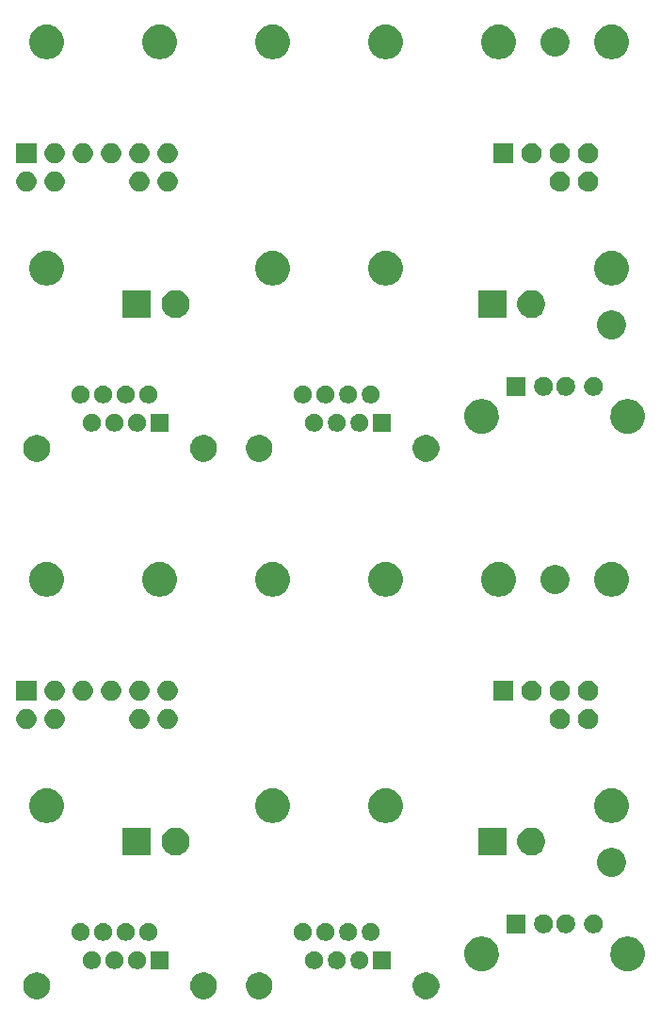
<source format=gbr>
G04 #@! TF.GenerationSoftware,KiCad,Pcbnew,5.1.5-52549c5~86~ubuntu18.04.1*
G04 #@! TF.CreationDate,2020-09-11T14:43:20-05:00*
G04 #@! TF.ProjectId,,58585858-5858-4585-9858-585858585858,rev?*
G04 #@! TF.SameCoordinates,Original*
G04 #@! TF.FileFunction,Soldermask,Bot*
G04 #@! TF.FilePolarity,Negative*
%FSLAX46Y46*%
G04 Gerber Fmt 4.6, Leading zero omitted, Abs format (unit mm)*
G04 Created by KiCad (PCBNEW 5.1.5-52549c5~86~ubuntu18.04.1) date 2020-09-11 14:43:20*
%MOMM*%
%LPD*%
G04 APERTURE LIST*
%ADD10C,0.100000*%
G04 APERTURE END LIST*
D10*
G36*
X150710918Y-122391153D02*
G01*
X150929485Y-122481687D01*
X150929487Y-122481688D01*
X151126193Y-122613122D01*
X151293478Y-122780407D01*
X151424912Y-122977113D01*
X151424913Y-122977115D01*
X151515447Y-123195682D01*
X151561600Y-123427710D01*
X151561600Y-123664290D01*
X151515447Y-123896318D01*
X151424913Y-124114885D01*
X151424912Y-124114887D01*
X151293478Y-124311593D01*
X151126193Y-124478878D01*
X150929487Y-124610312D01*
X150929486Y-124610313D01*
X150929485Y-124610313D01*
X150710918Y-124700847D01*
X150478890Y-124747000D01*
X150242310Y-124747000D01*
X150010282Y-124700847D01*
X149791715Y-124610313D01*
X149791714Y-124610313D01*
X149791713Y-124610312D01*
X149595007Y-124478878D01*
X149427722Y-124311593D01*
X149296288Y-124114887D01*
X149296287Y-124114885D01*
X149205753Y-123896318D01*
X149159600Y-123664290D01*
X149159600Y-123427710D01*
X149205753Y-123195682D01*
X149296287Y-122977115D01*
X149296288Y-122977113D01*
X149427722Y-122780407D01*
X149595007Y-122613122D01*
X149791713Y-122481688D01*
X149791715Y-122481687D01*
X150010282Y-122391153D01*
X150242310Y-122345000D01*
X150478890Y-122345000D01*
X150710918Y-122391153D01*
G37*
G36*
X130710918Y-122391153D02*
G01*
X130929485Y-122481687D01*
X130929487Y-122481688D01*
X131126193Y-122613122D01*
X131293478Y-122780407D01*
X131424912Y-122977113D01*
X131424913Y-122977115D01*
X131515447Y-123195682D01*
X131561600Y-123427710D01*
X131561600Y-123664290D01*
X131515447Y-123896318D01*
X131424913Y-124114885D01*
X131424912Y-124114887D01*
X131293478Y-124311593D01*
X131126193Y-124478878D01*
X130929487Y-124610312D01*
X130929486Y-124610313D01*
X130929485Y-124610313D01*
X130710918Y-124700847D01*
X130478890Y-124747000D01*
X130242310Y-124747000D01*
X130010282Y-124700847D01*
X129791715Y-124610313D01*
X129791714Y-124610313D01*
X129791713Y-124610312D01*
X129595007Y-124478878D01*
X129427722Y-124311593D01*
X129296288Y-124114887D01*
X129296287Y-124114885D01*
X129205753Y-123896318D01*
X129159600Y-123664290D01*
X129159600Y-123427710D01*
X129205753Y-123195682D01*
X129296287Y-122977115D01*
X129296288Y-122977113D01*
X129427722Y-122780407D01*
X129595007Y-122613122D01*
X129791713Y-122481688D01*
X129791715Y-122481687D01*
X130010282Y-122391153D01*
X130242310Y-122345000D01*
X130478890Y-122345000D01*
X130710918Y-122391153D01*
G37*
G36*
X115710918Y-122391153D02*
G01*
X115929485Y-122481687D01*
X115929487Y-122481688D01*
X116126193Y-122613122D01*
X116293478Y-122780407D01*
X116424912Y-122977113D01*
X116424913Y-122977115D01*
X116515447Y-123195682D01*
X116561600Y-123427710D01*
X116561600Y-123664290D01*
X116515447Y-123896318D01*
X116424913Y-124114885D01*
X116424912Y-124114887D01*
X116293478Y-124311593D01*
X116126193Y-124478878D01*
X115929487Y-124610312D01*
X115929486Y-124610313D01*
X115929485Y-124610313D01*
X115710918Y-124700847D01*
X115478890Y-124747000D01*
X115242310Y-124747000D01*
X115010282Y-124700847D01*
X114791715Y-124610313D01*
X114791714Y-124610313D01*
X114791713Y-124610312D01*
X114595007Y-124478878D01*
X114427722Y-124311593D01*
X114296288Y-124114887D01*
X114296287Y-124114885D01*
X114205753Y-123896318D01*
X114159600Y-123664290D01*
X114159600Y-123427710D01*
X114205753Y-123195682D01*
X114296287Y-122977115D01*
X114296288Y-122977113D01*
X114427722Y-122780407D01*
X114595007Y-122613122D01*
X114791713Y-122481688D01*
X114791715Y-122481687D01*
X115010282Y-122391153D01*
X115242310Y-122345000D01*
X115478890Y-122345000D01*
X115710918Y-122391153D01*
G37*
G36*
X135710918Y-122391153D02*
G01*
X135929485Y-122481687D01*
X135929487Y-122481688D01*
X136126193Y-122613122D01*
X136293478Y-122780407D01*
X136424912Y-122977113D01*
X136424913Y-122977115D01*
X136515447Y-123195682D01*
X136561600Y-123427710D01*
X136561600Y-123664290D01*
X136515447Y-123896318D01*
X136424913Y-124114885D01*
X136424912Y-124114887D01*
X136293478Y-124311593D01*
X136126193Y-124478878D01*
X135929487Y-124610312D01*
X135929486Y-124610313D01*
X135929485Y-124610313D01*
X135710918Y-124700847D01*
X135478890Y-124747000D01*
X135242310Y-124747000D01*
X135010282Y-124700847D01*
X134791715Y-124610313D01*
X134791714Y-124610313D01*
X134791713Y-124610312D01*
X134595007Y-124478878D01*
X134427722Y-124311593D01*
X134296288Y-124114887D01*
X134296287Y-124114885D01*
X134205753Y-123896318D01*
X134159600Y-123664290D01*
X134159600Y-123427710D01*
X134205753Y-123195682D01*
X134296287Y-122977115D01*
X134296288Y-122977113D01*
X134427722Y-122780407D01*
X134595007Y-122613122D01*
X134791713Y-122481688D01*
X134791715Y-122481687D01*
X135010282Y-122391153D01*
X135242310Y-122345000D01*
X135478890Y-122345000D01*
X135710918Y-122391153D01*
G37*
G36*
X155663185Y-119171802D02*
G01*
X155813010Y-119201604D01*
X156095274Y-119318521D01*
X156349305Y-119488259D01*
X156565341Y-119704295D01*
X156735079Y-119958326D01*
X156851996Y-120240590D01*
X156851996Y-120240591D01*
X156890667Y-120435000D01*
X156911600Y-120540240D01*
X156911600Y-120845760D01*
X156851996Y-121145410D01*
X156735079Y-121427674D01*
X156565341Y-121681705D01*
X156349305Y-121897741D01*
X156095274Y-122067479D01*
X155813010Y-122184396D01*
X155663185Y-122214198D01*
X155513361Y-122244000D01*
X155207839Y-122244000D01*
X155058015Y-122214198D01*
X154908190Y-122184396D01*
X154625926Y-122067479D01*
X154371895Y-121897741D01*
X154155859Y-121681705D01*
X153986121Y-121427674D01*
X153869204Y-121145410D01*
X153809600Y-120845760D01*
X153809600Y-120540240D01*
X153830534Y-120435000D01*
X153869204Y-120240591D01*
X153869204Y-120240590D01*
X153986121Y-119958326D01*
X154155859Y-119704295D01*
X154371895Y-119488259D01*
X154625926Y-119318521D01*
X154908190Y-119201604D01*
X155058015Y-119171802D01*
X155207839Y-119142000D01*
X155513361Y-119142000D01*
X155663185Y-119171802D01*
G37*
G36*
X168803185Y-119171802D02*
G01*
X168953010Y-119201604D01*
X169235274Y-119318521D01*
X169489305Y-119488259D01*
X169705341Y-119704295D01*
X169875079Y-119958326D01*
X169991996Y-120240590D01*
X169991996Y-120240591D01*
X170030667Y-120435000D01*
X170051600Y-120540240D01*
X170051600Y-120845760D01*
X169991996Y-121145410D01*
X169875079Y-121427674D01*
X169705341Y-121681705D01*
X169489305Y-121897741D01*
X169235274Y-122067479D01*
X168953010Y-122184396D01*
X168803185Y-122214198D01*
X168653361Y-122244000D01*
X168347839Y-122244000D01*
X168198015Y-122214198D01*
X168048190Y-122184396D01*
X167765926Y-122067479D01*
X167511895Y-121897741D01*
X167295859Y-121681705D01*
X167126121Y-121427674D01*
X167009204Y-121145410D01*
X166949600Y-120845760D01*
X166949600Y-120540240D01*
X166970534Y-120435000D01*
X167009204Y-120240591D01*
X167009204Y-120240590D01*
X167126121Y-119958326D01*
X167295859Y-119704295D01*
X167511895Y-119488259D01*
X167765926Y-119318521D01*
X168048190Y-119201604D01*
X168198015Y-119171802D01*
X168347839Y-119142000D01*
X168653361Y-119142000D01*
X168803185Y-119171802D01*
G37*
G36*
X122587160Y-120466166D02*
G01*
X122734753Y-120527301D01*
X122867582Y-120616055D01*
X122980545Y-120729018D01*
X123058551Y-120845761D01*
X123069300Y-120861849D01*
X123130434Y-121009440D01*
X123161600Y-121166122D01*
X123161600Y-121325878D01*
X123130434Y-121482560D01*
X123069299Y-121630153D01*
X122980545Y-121762982D01*
X122867582Y-121875945D01*
X122734753Y-121964699D01*
X122734752Y-121964700D01*
X122734751Y-121964700D01*
X122587160Y-122025834D01*
X122430478Y-122057000D01*
X122270722Y-122057000D01*
X122114040Y-122025834D01*
X121966449Y-121964700D01*
X121966448Y-121964700D01*
X121966447Y-121964699D01*
X121833618Y-121875945D01*
X121720655Y-121762982D01*
X121631901Y-121630153D01*
X121570766Y-121482560D01*
X121539600Y-121325878D01*
X121539600Y-121166122D01*
X121570766Y-121009440D01*
X121631900Y-120861849D01*
X121642650Y-120845761D01*
X121720655Y-120729018D01*
X121833618Y-120616055D01*
X121966447Y-120527301D01*
X122114040Y-120466166D01*
X122270722Y-120435000D01*
X122430478Y-120435000D01*
X122587160Y-120466166D01*
G37*
G36*
X142587160Y-120466166D02*
G01*
X142734753Y-120527301D01*
X142867582Y-120616055D01*
X142980545Y-120729018D01*
X143058551Y-120845761D01*
X143069300Y-120861849D01*
X143130434Y-121009440D01*
X143161600Y-121166122D01*
X143161600Y-121325878D01*
X143130434Y-121482560D01*
X143069299Y-121630153D01*
X142980545Y-121762982D01*
X142867582Y-121875945D01*
X142734753Y-121964699D01*
X142734752Y-121964700D01*
X142734751Y-121964700D01*
X142587160Y-122025834D01*
X142430478Y-122057000D01*
X142270722Y-122057000D01*
X142114040Y-122025834D01*
X141966449Y-121964700D01*
X141966448Y-121964700D01*
X141966447Y-121964699D01*
X141833618Y-121875945D01*
X141720655Y-121762982D01*
X141631901Y-121630153D01*
X141570766Y-121482560D01*
X141539600Y-121325878D01*
X141539600Y-121166122D01*
X141570766Y-121009440D01*
X141631900Y-120861849D01*
X141642650Y-120845761D01*
X141720655Y-120729018D01*
X141833618Y-120616055D01*
X141966447Y-120527301D01*
X142114040Y-120466166D01*
X142270722Y-120435000D01*
X142430478Y-120435000D01*
X142587160Y-120466166D01*
G37*
G36*
X140547160Y-120466166D02*
G01*
X140694753Y-120527301D01*
X140827582Y-120616055D01*
X140940545Y-120729018D01*
X141018551Y-120845761D01*
X141029300Y-120861849D01*
X141090434Y-121009440D01*
X141121600Y-121166122D01*
X141121600Y-121325878D01*
X141090434Y-121482560D01*
X141029299Y-121630153D01*
X140940545Y-121762982D01*
X140827582Y-121875945D01*
X140694753Y-121964699D01*
X140694752Y-121964700D01*
X140694751Y-121964700D01*
X140547160Y-122025834D01*
X140390478Y-122057000D01*
X140230722Y-122057000D01*
X140074040Y-122025834D01*
X139926449Y-121964700D01*
X139926448Y-121964700D01*
X139926447Y-121964699D01*
X139793618Y-121875945D01*
X139680655Y-121762982D01*
X139591901Y-121630153D01*
X139530766Y-121482560D01*
X139499600Y-121325878D01*
X139499600Y-121166122D01*
X139530766Y-121009440D01*
X139591900Y-120861849D01*
X139602650Y-120845761D01*
X139680655Y-120729018D01*
X139793618Y-120616055D01*
X139926447Y-120527301D01*
X140074040Y-120466166D01*
X140230722Y-120435000D01*
X140390478Y-120435000D01*
X140547160Y-120466166D01*
G37*
G36*
X127241600Y-122057000D02*
G01*
X125619600Y-122057000D01*
X125619600Y-120435000D01*
X127241600Y-120435000D01*
X127241600Y-122057000D01*
G37*
G36*
X124627160Y-120466166D02*
G01*
X124774753Y-120527301D01*
X124907582Y-120616055D01*
X125020545Y-120729018D01*
X125098551Y-120845761D01*
X125109300Y-120861849D01*
X125170434Y-121009440D01*
X125201600Y-121166122D01*
X125201600Y-121325878D01*
X125170434Y-121482560D01*
X125109299Y-121630153D01*
X125020545Y-121762982D01*
X124907582Y-121875945D01*
X124774753Y-121964699D01*
X124774752Y-121964700D01*
X124774751Y-121964700D01*
X124627160Y-122025834D01*
X124470478Y-122057000D01*
X124310722Y-122057000D01*
X124154040Y-122025834D01*
X124006449Y-121964700D01*
X124006448Y-121964700D01*
X124006447Y-121964699D01*
X123873618Y-121875945D01*
X123760655Y-121762982D01*
X123671901Y-121630153D01*
X123610766Y-121482560D01*
X123579600Y-121325878D01*
X123579600Y-121166122D01*
X123610766Y-121009440D01*
X123671900Y-120861849D01*
X123682650Y-120845761D01*
X123760655Y-120729018D01*
X123873618Y-120616055D01*
X124006447Y-120527301D01*
X124154040Y-120466166D01*
X124310722Y-120435000D01*
X124470478Y-120435000D01*
X124627160Y-120466166D01*
G37*
G36*
X120547160Y-120466166D02*
G01*
X120694753Y-120527301D01*
X120827582Y-120616055D01*
X120940545Y-120729018D01*
X121018551Y-120845761D01*
X121029300Y-120861849D01*
X121090434Y-121009440D01*
X121121600Y-121166122D01*
X121121600Y-121325878D01*
X121090434Y-121482560D01*
X121029299Y-121630153D01*
X120940545Y-121762982D01*
X120827582Y-121875945D01*
X120694753Y-121964699D01*
X120694752Y-121964700D01*
X120694751Y-121964700D01*
X120547160Y-122025834D01*
X120390478Y-122057000D01*
X120230722Y-122057000D01*
X120074040Y-122025834D01*
X119926449Y-121964700D01*
X119926448Y-121964700D01*
X119926447Y-121964699D01*
X119793618Y-121875945D01*
X119680655Y-121762982D01*
X119591901Y-121630153D01*
X119530766Y-121482560D01*
X119499600Y-121325878D01*
X119499600Y-121166122D01*
X119530766Y-121009440D01*
X119591900Y-120861849D01*
X119602650Y-120845761D01*
X119680655Y-120729018D01*
X119793618Y-120616055D01*
X119926447Y-120527301D01*
X120074040Y-120466166D01*
X120230722Y-120435000D01*
X120390478Y-120435000D01*
X120547160Y-120466166D01*
G37*
G36*
X147241600Y-122057000D02*
G01*
X145619600Y-122057000D01*
X145619600Y-120435000D01*
X147241600Y-120435000D01*
X147241600Y-122057000D01*
G37*
G36*
X144627160Y-120466166D02*
G01*
X144774753Y-120527301D01*
X144907582Y-120616055D01*
X145020545Y-120729018D01*
X145098551Y-120845761D01*
X145109300Y-120861849D01*
X145170434Y-121009440D01*
X145201600Y-121166122D01*
X145201600Y-121325878D01*
X145170434Y-121482560D01*
X145109299Y-121630153D01*
X145020545Y-121762982D01*
X144907582Y-121875945D01*
X144774753Y-121964699D01*
X144774752Y-121964700D01*
X144774751Y-121964700D01*
X144627160Y-122025834D01*
X144470478Y-122057000D01*
X144310722Y-122057000D01*
X144154040Y-122025834D01*
X144006449Y-121964700D01*
X144006448Y-121964700D01*
X144006447Y-121964699D01*
X143873618Y-121875945D01*
X143760655Y-121762982D01*
X143671901Y-121630153D01*
X143610766Y-121482560D01*
X143579600Y-121325878D01*
X143579600Y-121166122D01*
X143610766Y-121009440D01*
X143671900Y-120861849D01*
X143682650Y-120845761D01*
X143760655Y-120729018D01*
X143873618Y-120616055D01*
X144006447Y-120527301D01*
X144154040Y-120466166D01*
X144310722Y-120435000D01*
X144470478Y-120435000D01*
X144627160Y-120466166D01*
G37*
G36*
X145511512Y-117899184D02*
G01*
X145647160Y-117926166D01*
X145794753Y-117987301D01*
X145913753Y-118066815D01*
X145927582Y-118076055D01*
X146040545Y-118189018D01*
X146129300Y-118321849D01*
X146190434Y-118469440D01*
X146221600Y-118626123D01*
X146221600Y-118785877D01*
X146190434Y-118942560D01*
X146129299Y-119090153D01*
X146040545Y-119222982D01*
X145927582Y-119335945D01*
X145794753Y-119424699D01*
X145794752Y-119424700D01*
X145794751Y-119424700D01*
X145647160Y-119485834D01*
X145490478Y-119517000D01*
X145330722Y-119517000D01*
X145174040Y-119485834D01*
X145026449Y-119424700D01*
X145026448Y-119424700D01*
X145026447Y-119424699D01*
X144893618Y-119335945D01*
X144780655Y-119222982D01*
X144691901Y-119090153D01*
X144630766Y-118942560D01*
X144599600Y-118785877D01*
X144599600Y-118626123D01*
X144630766Y-118469440D01*
X144691900Y-118321849D01*
X144780655Y-118189018D01*
X144893618Y-118076055D01*
X144907447Y-118066815D01*
X145026447Y-117987301D01*
X145174040Y-117926166D01*
X145309688Y-117899184D01*
X145330722Y-117895000D01*
X145490478Y-117895000D01*
X145511512Y-117899184D01*
G37*
G36*
X139391512Y-117899184D02*
G01*
X139527160Y-117926166D01*
X139674753Y-117987301D01*
X139793753Y-118066815D01*
X139807582Y-118076055D01*
X139920545Y-118189018D01*
X140009300Y-118321849D01*
X140070434Y-118469440D01*
X140101600Y-118626123D01*
X140101600Y-118785877D01*
X140070434Y-118942560D01*
X140009299Y-119090153D01*
X139920545Y-119222982D01*
X139807582Y-119335945D01*
X139674753Y-119424699D01*
X139674752Y-119424700D01*
X139674751Y-119424700D01*
X139527160Y-119485834D01*
X139370478Y-119517000D01*
X139210722Y-119517000D01*
X139054040Y-119485834D01*
X138906449Y-119424700D01*
X138906448Y-119424700D01*
X138906447Y-119424699D01*
X138773618Y-119335945D01*
X138660655Y-119222982D01*
X138571901Y-119090153D01*
X138510766Y-118942560D01*
X138479600Y-118785877D01*
X138479600Y-118626123D01*
X138510766Y-118469440D01*
X138571900Y-118321849D01*
X138660655Y-118189018D01*
X138773618Y-118076055D01*
X138787447Y-118066815D01*
X138906447Y-117987301D01*
X139054040Y-117926166D01*
X139189688Y-117899184D01*
X139210722Y-117895000D01*
X139370478Y-117895000D01*
X139391512Y-117899184D01*
G37*
G36*
X141431512Y-117899184D02*
G01*
X141567160Y-117926166D01*
X141714753Y-117987301D01*
X141833753Y-118066815D01*
X141847582Y-118076055D01*
X141960545Y-118189018D01*
X142049300Y-118321849D01*
X142110434Y-118469440D01*
X142141600Y-118626123D01*
X142141600Y-118785877D01*
X142110434Y-118942560D01*
X142049299Y-119090153D01*
X141960545Y-119222982D01*
X141847582Y-119335945D01*
X141714753Y-119424699D01*
X141714752Y-119424700D01*
X141714751Y-119424700D01*
X141567160Y-119485834D01*
X141410478Y-119517000D01*
X141250722Y-119517000D01*
X141094040Y-119485834D01*
X140946449Y-119424700D01*
X140946448Y-119424700D01*
X140946447Y-119424699D01*
X140813618Y-119335945D01*
X140700655Y-119222982D01*
X140611901Y-119090153D01*
X140550766Y-118942560D01*
X140519600Y-118785877D01*
X140519600Y-118626123D01*
X140550766Y-118469440D01*
X140611900Y-118321849D01*
X140700655Y-118189018D01*
X140813618Y-118076055D01*
X140827447Y-118066815D01*
X140946447Y-117987301D01*
X141094040Y-117926166D01*
X141229688Y-117899184D01*
X141250722Y-117895000D01*
X141410478Y-117895000D01*
X141431512Y-117899184D01*
G37*
G36*
X143471512Y-117899184D02*
G01*
X143607160Y-117926166D01*
X143754753Y-117987301D01*
X143873753Y-118066815D01*
X143887582Y-118076055D01*
X144000545Y-118189018D01*
X144089300Y-118321849D01*
X144150434Y-118469440D01*
X144181600Y-118626123D01*
X144181600Y-118785877D01*
X144150434Y-118942560D01*
X144089299Y-119090153D01*
X144000545Y-119222982D01*
X143887582Y-119335945D01*
X143754753Y-119424699D01*
X143754752Y-119424700D01*
X143754751Y-119424700D01*
X143607160Y-119485834D01*
X143450478Y-119517000D01*
X143290722Y-119517000D01*
X143134040Y-119485834D01*
X142986449Y-119424700D01*
X142986448Y-119424700D01*
X142986447Y-119424699D01*
X142853618Y-119335945D01*
X142740655Y-119222982D01*
X142651901Y-119090153D01*
X142590766Y-118942560D01*
X142559600Y-118785877D01*
X142559600Y-118626123D01*
X142590766Y-118469440D01*
X142651900Y-118321849D01*
X142740655Y-118189018D01*
X142853618Y-118076055D01*
X142867447Y-118066815D01*
X142986447Y-117987301D01*
X143134040Y-117926166D01*
X143269688Y-117899184D01*
X143290722Y-117895000D01*
X143450478Y-117895000D01*
X143471512Y-117899184D01*
G37*
G36*
X125511512Y-117899184D02*
G01*
X125647160Y-117926166D01*
X125794753Y-117987301D01*
X125913753Y-118066815D01*
X125927582Y-118076055D01*
X126040545Y-118189018D01*
X126129300Y-118321849D01*
X126190434Y-118469440D01*
X126221600Y-118626123D01*
X126221600Y-118785877D01*
X126190434Y-118942560D01*
X126129299Y-119090153D01*
X126040545Y-119222982D01*
X125927582Y-119335945D01*
X125794753Y-119424699D01*
X125794752Y-119424700D01*
X125794751Y-119424700D01*
X125647160Y-119485834D01*
X125490478Y-119517000D01*
X125330722Y-119517000D01*
X125174040Y-119485834D01*
X125026449Y-119424700D01*
X125026448Y-119424700D01*
X125026447Y-119424699D01*
X124893618Y-119335945D01*
X124780655Y-119222982D01*
X124691901Y-119090153D01*
X124630766Y-118942560D01*
X124599600Y-118785877D01*
X124599600Y-118626123D01*
X124630766Y-118469440D01*
X124691900Y-118321849D01*
X124780655Y-118189018D01*
X124893618Y-118076055D01*
X124907447Y-118066815D01*
X125026447Y-117987301D01*
X125174040Y-117926166D01*
X125309688Y-117899184D01*
X125330722Y-117895000D01*
X125490478Y-117895000D01*
X125511512Y-117899184D01*
G37*
G36*
X123471512Y-117899184D02*
G01*
X123607160Y-117926166D01*
X123754753Y-117987301D01*
X123873753Y-118066815D01*
X123887582Y-118076055D01*
X124000545Y-118189018D01*
X124089300Y-118321849D01*
X124150434Y-118469440D01*
X124181600Y-118626123D01*
X124181600Y-118785877D01*
X124150434Y-118942560D01*
X124089299Y-119090153D01*
X124000545Y-119222982D01*
X123887582Y-119335945D01*
X123754753Y-119424699D01*
X123754752Y-119424700D01*
X123754751Y-119424700D01*
X123607160Y-119485834D01*
X123450478Y-119517000D01*
X123290722Y-119517000D01*
X123134040Y-119485834D01*
X122986449Y-119424700D01*
X122986448Y-119424700D01*
X122986447Y-119424699D01*
X122853618Y-119335945D01*
X122740655Y-119222982D01*
X122651901Y-119090153D01*
X122590766Y-118942560D01*
X122559600Y-118785877D01*
X122559600Y-118626123D01*
X122590766Y-118469440D01*
X122651900Y-118321849D01*
X122740655Y-118189018D01*
X122853618Y-118076055D01*
X122867447Y-118066815D01*
X122986447Y-117987301D01*
X123134040Y-117926166D01*
X123269688Y-117899184D01*
X123290722Y-117895000D01*
X123450478Y-117895000D01*
X123471512Y-117899184D01*
G37*
G36*
X121431512Y-117899184D02*
G01*
X121567160Y-117926166D01*
X121714753Y-117987301D01*
X121833753Y-118066815D01*
X121847582Y-118076055D01*
X121960545Y-118189018D01*
X122049300Y-118321849D01*
X122110434Y-118469440D01*
X122141600Y-118626123D01*
X122141600Y-118785877D01*
X122110434Y-118942560D01*
X122049299Y-119090153D01*
X121960545Y-119222982D01*
X121847582Y-119335945D01*
X121714753Y-119424699D01*
X121714752Y-119424700D01*
X121714751Y-119424700D01*
X121567160Y-119485834D01*
X121410478Y-119517000D01*
X121250722Y-119517000D01*
X121094040Y-119485834D01*
X120946449Y-119424700D01*
X120946448Y-119424700D01*
X120946447Y-119424699D01*
X120813618Y-119335945D01*
X120700655Y-119222982D01*
X120611901Y-119090153D01*
X120550766Y-118942560D01*
X120519600Y-118785877D01*
X120519600Y-118626123D01*
X120550766Y-118469440D01*
X120611900Y-118321849D01*
X120700655Y-118189018D01*
X120813618Y-118076055D01*
X120827447Y-118066815D01*
X120946447Y-117987301D01*
X121094040Y-117926166D01*
X121229688Y-117899184D01*
X121250722Y-117895000D01*
X121410478Y-117895000D01*
X121431512Y-117899184D01*
G37*
G36*
X119391512Y-117899184D02*
G01*
X119527160Y-117926166D01*
X119674753Y-117987301D01*
X119793753Y-118066815D01*
X119807582Y-118076055D01*
X119920545Y-118189018D01*
X120009300Y-118321849D01*
X120070434Y-118469440D01*
X120101600Y-118626123D01*
X120101600Y-118785877D01*
X120070434Y-118942560D01*
X120009299Y-119090153D01*
X119920545Y-119222982D01*
X119807582Y-119335945D01*
X119674753Y-119424699D01*
X119674752Y-119424700D01*
X119674751Y-119424700D01*
X119527160Y-119485834D01*
X119370478Y-119517000D01*
X119210722Y-119517000D01*
X119054040Y-119485834D01*
X118906449Y-119424700D01*
X118906448Y-119424700D01*
X118906447Y-119424699D01*
X118773618Y-119335945D01*
X118660655Y-119222982D01*
X118571901Y-119090153D01*
X118510766Y-118942560D01*
X118479600Y-118785877D01*
X118479600Y-118626123D01*
X118510766Y-118469440D01*
X118571900Y-118321849D01*
X118660655Y-118189018D01*
X118773618Y-118076055D01*
X118787447Y-118066815D01*
X118906447Y-117987301D01*
X119054040Y-117926166D01*
X119189688Y-117899184D01*
X119210722Y-117895000D01*
X119370478Y-117895000D01*
X119391512Y-117899184D01*
G37*
G36*
X159281600Y-118834000D02*
G01*
X157579600Y-118834000D01*
X157579600Y-117132000D01*
X159281600Y-117132000D01*
X159281600Y-118834000D01*
G37*
G36*
X161178828Y-117164703D02*
G01*
X161333700Y-117228853D01*
X161473081Y-117321985D01*
X161591615Y-117440519D01*
X161684747Y-117579900D01*
X161748897Y-117734772D01*
X161781600Y-117899184D01*
X161781600Y-118066816D01*
X161748897Y-118231228D01*
X161684747Y-118386100D01*
X161591615Y-118525481D01*
X161473081Y-118644015D01*
X161333700Y-118737147D01*
X161178828Y-118801297D01*
X161014416Y-118834000D01*
X160846784Y-118834000D01*
X160682372Y-118801297D01*
X160527500Y-118737147D01*
X160388119Y-118644015D01*
X160269585Y-118525481D01*
X160176453Y-118386100D01*
X160112303Y-118231228D01*
X160079600Y-118066816D01*
X160079600Y-117899184D01*
X160112303Y-117734772D01*
X160176453Y-117579900D01*
X160269585Y-117440519D01*
X160388119Y-117321985D01*
X160527500Y-117228853D01*
X160682372Y-117164703D01*
X160846784Y-117132000D01*
X161014416Y-117132000D01*
X161178828Y-117164703D01*
G37*
G36*
X163178828Y-117164703D02*
G01*
X163333700Y-117228853D01*
X163473081Y-117321985D01*
X163591615Y-117440519D01*
X163684747Y-117579900D01*
X163748897Y-117734772D01*
X163781600Y-117899184D01*
X163781600Y-118066816D01*
X163748897Y-118231228D01*
X163684747Y-118386100D01*
X163591615Y-118525481D01*
X163473081Y-118644015D01*
X163333700Y-118737147D01*
X163178828Y-118801297D01*
X163014416Y-118834000D01*
X162846784Y-118834000D01*
X162682372Y-118801297D01*
X162527500Y-118737147D01*
X162388119Y-118644015D01*
X162269585Y-118525481D01*
X162176453Y-118386100D01*
X162112303Y-118231228D01*
X162079600Y-118066816D01*
X162079600Y-117899184D01*
X162112303Y-117734772D01*
X162176453Y-117579900D01*
X162269585Y-117440519D01*
X162388119Y-117321985D01*
X162527500Y-117228853D01*
X162682372Y-117164703D01*
X162846784Y-117132000D01*
X163014416Y-117132000D01*
X163178828Y-117164703D01*
G37*
G36*
X165678828Y-117164703D02*
G01*
X165833700Y-117228853D01*
X165973081Y-117321985D01*
X166091615Y-117440519D01*
X166184747Y-117579900D01*
X166248897Y-117734772D01*
X166281600Y-117899184D01*
X166281600Y-118066816D01*
X166248897Y-118231228D01*
X166184747Y-118386100D01*
X166091615Y-118525481D01*
X165973081Y-118644015D01*
X165833700Y-118737147D01*
X165678828Y-118801297D01*
X165514416Y-118834000D01*
X165346784Y-118834000D01*
X165182372Y-118801297D01*
X165027500Y-118737147D01*
X164888119Y-118644015D01*
X164769585Y-118525481D01*
X164676453Y-118386100D01*
X164612303Y-118231228D01*
X164579600Y-118066816D01*
X164579600Y-117899184D01*
X164612303Y-117734772D01*
X164676453Y-117579900D01*
X164769585Y-117440519D01*
X164888119Y-117321985D01*
X165027500Y-117228853D01*
X165182372Y-117164703D01*
X165346784Y-117132000D01*
X165514416Y-117132000D01*
X165678828Y-117164703D01*
G37*
G36*
X167419993Y-111205304D02*
G01*
X167656701Y-111303352D01*
X167656703Y-111303353D01*
X167869735Y-111445696D01*
X168050904Y-111626865D01*
X168099919Y-111700222D01*
X168193248Y-111839899D01*
X168291296Y-112076607D01*
X168341280Y-112327893D01*
X168341280Y-112584107D01*
X168291296Y-112835393D01*
X168193248Y-113072101D01*
X168193247Y-113072103D01*
X168050904Y-113285135D01*
X167869735Y-113466304D01*
X167656703Y-113608647D01*
X167656702Y-113608648D01*
X167656701Y-113608648D01*
X167419993Y-113706696D01*
X167168707Y-113756680D01*
X166912493Y-113756680D01*
X166661207Y-113706696D01*
X166424499Y-113608648D01*
X166424498Y-113608648D01*
X166424497Y-113608647D01*
X166211465Y-113466304D01*
X166030296Y-113285135D01*
X165887953Y-113072103D01*
X165887952Y-113072101D01*
X165789904Y-112835393D01*
X165739920Y-112584107D01*
X165739920Y-112327893D01*
X165789904Y-112076607D01*
X165887952Y-111839899D01*
X165981281Y-111700222D01*
X166030296Y-111626865D01*
X166211465Y-111445696D01*
X166424497Y-111303353D01*
X166424499Y-111303352D01*
X166661207Y-111205304D01*
X166912493Y-111155320D01*
X167168707Y-111155320D01*
X167419993Y-111205304D01*
G37*
G36*
X160201903Y-109388675D02*
G01*
X160429571Y-109482978D01*
X160634466Y-109619885D01*
X160808715Y-109794134D01*
X160808716Y-109794136D01*
X160945623Y-109999031D01*
X161039925Y-110226697D01*
X161088000Y-110468386D01*
X161088000Y-110714814D01*
X161039925Y-110956503D01*
X160957573Y-111155320D01*
X160945622Y-111184171D01*
X160808715Y-111389066D01*
X160634466Y-111563315D01*
X160429571Y-111700222D01*
X160429570Y-111700223D01*
X160429569Y-111700223D01*
X160201903Y-111794525D01*
X159960214Y-111842600D01*
X159713786Y-111842600D01*
X159472097Y-111794525D01*
X159244431Y-111700223D01*
X159244430Y-111700223D01*
X159244429Y-111700222D01*
X159039534Y-111563315D01*
X158865285Y-111389066D01*
X158728378Y-111184171D01*
X158716428Y-111155320D01*
X158634075Y-110956503D01*
X158586000Y-110714814D01*
X158586000Y-110468386D01*
X158634075Y-110226697D01*
X158728377Y-109999031D01*
X158865284Y-109794136D01*
X158865285Y-109794134D01*
X159039534Y-109619885D01*
X159244429Y-109482978D01*
X159472097Y-109388675D01*
X159713786Y-109340600D01*
X159960214Y-109340600D01*
X160201903Y-109388675D01*
G37*
G36*
X125609400Y-111842600D02*
G01*
X123107400Y-111842600D01*
X123107400Y-109340600D01*
X125609400Y-109340600D01*
X125609400Y-111842600D01*
G37*
G36*
X128223303Y-109388675D02*
G01*
X128450971Y-109482978D01*
X128655866Y-109619885D01*
X128830115Y-109794134D01*
X128830116Y-109794136D01*
X128967023Y-109999031D01*
X129061325Y-110226697D01*
X129109400Y-110468386D01*
X129109400Y-110714814D01*
X129061325Y-110956503D01*
X128978973Y-111155320D01*
X128967022Y-111184171D01*
X128830115Y-111389066D01*
X128655866Y-111563315D01*
X128450971Y-111700222D01*
X128450970Y-111700223D01*
X128450969Y-111700223D01*
X128223303Y-111794525D01*
X127981614Y-111842600D01*
X127735186Y-111842600D01*
X127493497Y-111794525D01*
X127265831Y-111700223D01*
X127265830Y-111700223D01*
X127265829Y-111700222D01*
X127060934Y-111563315D01*
X126886685Y-111389066D01*
X126749778Y-111184171D01*
X126737828Y-111155320D01*
X126655475Y-110956503D01*
X126607400Y-110714814D01*
X126607400Y-110468386D01*
X126655475Y-110226697D01*
X126749777Y-109999031D01*
X126886684Y-109794136D01*
X126886685Y-109794134D01*
X127060934Y-109619885D01*
X127265829Y-109482978D01*
X127493497Y-109388675D01*
X127735186Y-109340600D01*
X127981614Y-109340600D01*
X128223303Y-109388675D01*
G37*
G36*
X157588000Y-111842600D02*
G01*
X155086000Y-111842600D01*
X155086000Y-109340600D01*
X157588000Y-109340600D01*
X157588000Y-111842600D01*
G37*
G36*
X167343185Y-105854802D02*
G01*
X167493010Y-105884604D01*
X167775274Y-106001521D01*
X168029305Y-106171259D01*
X168245341Y-106387295D01*
X168415079Y-106641326D01*
X168531996Y-106923590D01*
X168591600Y-107223240D01*
X168591600Y-107528760D01*
X168531996Y-107828410D01*
X168415079Y-108110674D01*
X168245341Y-108364705D01*
X168029305Y-108580741D01*
X167775274Y-108750479D01*
X167493010Y-108867396D01*
X167343185Y-108897198D01*
X167193361Y-108927000D01*
X166887839Y-108927000D01*
X166738015Y-108897198D01*
X166588190Y-108867396D01*
X166305926Y-108750479D01*
X166051895Y-108580741D01*
X165835859Y-108364705D01*
X165666121Y-108110674D01*
X165549204Y-107828410D01*
X165489600Y-107528760D01*
X165489600Y-107223240D01*
X165549204Y-106923590D01*
X165666121Y-106641326D01*
X165835859Y-106387295D01*
X166051895Y-106171259D01*
X166305926Y-106001521D01*
X166588190Y-105884604D01*
X166738015Y-105854802D01*
X166887839Y-105825000D01*
X167193361Y-105825000D01*
X167343185Y-105854802D01*
G37*
G36*
X116543185Y-105854802D02*
G01*
X116693010Y-105884604D01*
X116975274Y-106001521D01*
X117229305Y-106171259D01*
X117445341Y-106387295D01*
X117615079Y-106641326D01*
X117731996Y-106923590D01*
X117791600Y-107223240D01*
X117791600Y-107528760D01*
X117731996Y-107828410D01*
X117615079Y-108110674D01*
X117445341Y-108364705D01*
X117229305Y-108580741D01*
X116975274Y-108750479D01*
X116693010Y-108867396D01*
X116543185Y-108897198D01*
X116393361Y-108927000D01*
X116087839Y-108927000D01*
X115938015Y-108897198D01*
X115788190Y-108867396D01*
X115505926Y-108750479D01*
X115251895Y-108580741D01*
X115035859Y-108364705D01*
X114866121Y-108110674D01*
X114749204Y-107828410D01*
X114689600Y-107528760D01*
X114689600Y-107223240D01*
X114749204Y-106923590D01*
X114866121Y-106641326D01*
X115035859Y-106387295D01*
X115251895Y-106171259D01*
X115505926Y-106001521D01*
X115788190Y-105884604D01*
X115938015Y-105854802D01*
X116087839Y-105825000D01*
X116393361Y-105825000D01*
X116543185Y-105854802D01*
G37*
G36*
X136863185Y-105854802D02*
G01*
X137013010Y-105884604D01*
X137295274Y-106001521D01*
X137549305Y-106171259D01*
X137765341Y-106387295D01*
X137935079Y-106641326D01*
X138051996Y-106923590D01*
X138111600Y-107223240D01*
X138111600Y-107528760D01*
X138051996Y-107828410D01*
X137935079Y-108110674D01*
X137765341Y-108364705D01*
X137549305Y-108580741D01*
X137295274Y-108750479D01*
X137013010Y-108867396D01*
X136863185Y-108897198D01*
X136713361Y-108927000D01*
X136407839Y-108927000D01*
X136258015Y-108897198D01*
X136108190Y-108867396D01*
X135825926Y-108750479D01*
X135571895Y-108580741D01*
X135355859Y-108364705D01*
X135186121Y-108110674D01*
X135069204Y-107828410D01*
X135009600Y-107528760D01*
X135009600Y-107223240D01*
X135069204Y-106923590D01*
X135186121Y-106641326D01*
X135355859Y-106387295D01*
X135571895Y-106171259D01*
X135825926Y-106001521D01*
X136108190Y-105884604D01*
X136258015Y-105854802D01*
X136407839Y-105825000D01*
X136713361Y-105825000D01*
X136863185Y-105854802D01*
G37*
G36*
X147023185Y-105854802D02*
G01*
X147173010Y-105884604D01*
X147455274Y-106001521D01*
X147709305Y-106171259D01*
X147925341Y-106387295D01*
X148095079Y-106641326D01*
X148211996Y-106923590D01*
X148271600Y-107223240D01*
X148271600Y-107528760D01*
X148211996Y-107828410D01*
X148095079Y-108110674D01*
X147925341Y-108364705D01*
X147709305Y-108580741D01*
X147455274Y-108750479D01*
X147173010Y-108867396D01*
X147023185Y-108897198D01*
X146873361Y-108927000D01*
X146567839Y-108927000D01*
X146418015Y-108897198D01*
X146268190Y-108867396D01*
X145985926Y-108750479D01*
X145731895Y-108580741D01*
X145515859Y-108364705D01*
X145346121Y-108110674D01*
X145229204Y-107828410D01*
X145169600Y-107528760D01*
X145169600Y-107223240D01*
X145229204Y-106923590D01*
X145346121Y-106641326D01*
X145515859Y-106387295D01*
X145731895Y-106171259D01*
X145985926Y-106001521D01*
X146268190Y-105884604D01*
X146418015Y-105854802D01*
X146567839Y-105825000D01*
X146873361Y-105825000D01*
X147023185Y-105854802D01*
G37*
G36*
X114544112Y-98699927D02*
G01*
X114693412Y-98729624D01*
X114857384Y-98797544D01*
X115004954Y-98896147D01*
X115130453Y-99021646D01*
X115229056Y-99169216D01*
X115296976Y-99333188D01*
X115331600Y-99507259D01*
X115331600Y-99684741D01*
X115296976Y-99858812D01*
X115229056Y-100022784D01*
X115130453Y-100170354D01*
X115004954Y-100295853D01*
X114857384Y-100394456D01*
X114693412Y-100462376D01*
X114544112Y-100492073D01*
X114519342Y-100497000D01*
X114341858Y-100497000D01*
X114317088Y-100492073D01*
X114167788Y-100462376D01*
X114003816Y-100394456D01*
X113856246Y-100295853D01*
X113730747Y-100170354D01*
X113632144Y-100022784D01*
X113564224Y-99858812D01*
X113529600Y-99684741D01*
X113529600Y-99507259D01*
X113564224Y-99333188D01*
X113632144Y-99169216D01*
X113730747Y-99021646D01*
X113856246Y-98896147D01*
X114003816Y-98797544D01*
X114167788Y-98729624D01*
X114317088Y-98699927D01*
X114341858Y-98695000D01*
X114519342Y-98695000D01*
X114544112Y-98699927D01*
G37*
G36*
X117084112Y-98699927D02*
G01*
X117233412Y-98729624D01*
X117397384Y-98797544D01*
X117544954Y-98896147D01*
X117670453Y-99021646D01*
X117769056Y-99169216D01*
X117836976Y-99333188D01*
X117871600Y-99507259D01*
X117871600Y-99684741D01*
X117836976Y-99858812D01*
X117769056Y-100022784D01*
X117670453Y-100170354D01*
X117544954Y-100295853D01*
X117397384Y-100394456D01*
X117233412Y-100462376D01*
X117084112Y-100492073D01*
X117059342Y-100497000D01*
X116881858Y-100497000D01*
X116857088Y-100492073D01*
X116707788Y-100462376D01*
X116543816Y-100394456D01*
X116396246Y-100295853D01*
X116270747Y-100170354D01*
X116172144Y-100022784D01*
X116104224Y-99858812D01*
X116069600Y-99684741D01*
X116069600Y-99507259D01*
X116104224Y-99333188D01*
X116172144Y-99169216D01*
X116270747Y-99021646D01*
X116396246Y-98896147D01*
X116543816Y-98797544D01*
X116707788Y-98729624D01*
X116857088Y-98699927D01*
X116881858Y-98695000D01*
X117059342Y-98695000D01*
X117084112Y-98699927D01*
G37*
G36*
X162524112Y-98699927D02*
G01*
X162673412Y-98729624D01*
X162837384Y-98797544D01*
X162984954Y-98896147D01*
X163110453Y-99021646D01*
X163209056Y-99169216D01*
X163276976Y-99333188D01*
X163311600Y-99507259D01*
X163311600Y-99684741D01*
X163276976Y-99858812D01*
X163209056Y-100022784D01*
X163110453Y-100170354D01*
X162984954Y-100295853D01*
X162837384Y-100394456D01*
X162673412Y-100462376D01*
X162524112Y-100492073D01*
X162499342Y-100497000D01*
X162321858Y-100497000D01*
X162297088Y-100492073D01*
X162147788Y-100462376D01*
X161983816Y-100394456D01*
X161836246Y-100295853D01*
X161710747Y-100170354D01*
X161612144Y-100022784D01*
X161544224Y-99858812D01*
X161509600Y-99684741D01*
X161509600Y-99507259D01*
X161544224Y-99333188D01*
X161612144Y-99169216D01*
X161710747Y-99021646D01*
X161836246Y-98896147D01*
X161983816Y-98797544D01*
X162147788Y-98729624D01*
X162297088Y-98699927D01*
X162321858Y-98695000D01*
X162499342Y-98695000D01*
X162524112Y-98699927D01*
G37*
G36*
X165064112Y-98699927D02*
G01*
X165213412Y-98729624D01*
X165377384Y-98797544D01*
X165524954Y-98896147D01*
X165650453Y-99021646D01*
X165749056Y-99169216D01*
X165816976Y-99333188D01*
X165851600Y-99507259D01*
X165851600Y-99684741D01*
X165816976Y-99858812D01*
X165749056Y-100022784D01*
X165650453Y-100170354D01*
X165524954Y-100295853D01*
X165377384Y-100394456D01*
X165213412Y-100462376D01*
X165064112Y-100492073D01*
X165039342Y-100497000D01*
X164861858Y-100497000D01*
X164837088Y-100492073D01*
X164687788Y-100462376D01*
X164523816Y-100394456D01*
X164376246Y-100295853D01*
X164250747Y-100170354D01*
X164152144Y-100022784D01*
X164084224Y-99858812D01*
X164049600Y-99684741D01*
X164049600Y-99507259D01*
X164084224Y-99333188D01*
X164152144Y-99169216D01*
X164250747Y-99021646D01*
X164376246Y-98896147D01*
X164523816Y-98797544D01*
X164687788Y-98729624D01*
X164837088Y-98699927D01*
X164861858Y-98695000D01*
X165039342Y-98695000D01*
X165064112Y-98699927D01*
G37*
G36*
X124704112Y-98699927D02*
G01*
X124853412Y-98729624D01*
X125017384Y-98797544D01*
X125164954Y-98896147D01*
X125290453Y-99021646D01*
X125389056Y-99169216D01*
X125456976Y-99333188D01*
X125491600Y-99507259D01*
X125491600Y-99684741D01*
X125456976Y-99858812D01*
X125389056Y-100022784D01*
X125290453Y-100170354D01*
X125164954Y-100295853D01*
X125017384Y-100394456D01*
X124853412Y-100462376D01*
X124704112Y-100492073D01*
X124679342Y-100497000D01*
X124501858Y-100497000D01*
X124477088Y-100492073D01*
X124327788Y-100462376D01*
X124163816Y-100394456D01*
X124016246Y-100295853D01*
X123890747Y-100170354D01*
X123792144Y-100022784D01*
X123724224Y-99858812D01*
X123689600Y-99684741D01*
X123689600Y-99507259D01*
X123724224Y-99333188D01*
X123792144Y-99169216D01*
X123890747Y-99021646D01*
X124016246Y-98896147D01*
X124163816Y-98797544D01*
X124327788Y-98729624D01*
X124477088Y-98699927D01*
X124501858Y-98695000D01*
X124679342Y-98695000D01*
X124704112Y-98699927D01*
G37*
G36*
X127244112Y-98699927D02*
G01*
X127393412Y-98729624D01*
X127557384Y-98797544D01*
X127704954Y-98896147D01*
X127830453Y-99021646D01*
X127929056Y-99169216D01*
X127996976Y-99333188D01*
X128031600Y-99507259D01*
X128031600Y-99684741D01*
X127996976Y-99858812D01*
X127929056Y-100022784D01*
X127830453Y-100170354D01*
X127704954Y-100295853D01*
X127557384Y-100394456D01*
X127393412Y-100462376D01*
X127244112Y-100492073D01*
X127219342Y-100497000D01*
X127041858Y-100497000D01*
X127017088Y-100492073D01*
X126867788Y-100462376D01*
X126703816Y-100394456D01*
X126556246Y-100295853D01*
X126430747Y-100170354D01*
X126332144Y-100022784D01*
X126264224Y-99858812D01*
X126229600Y-99684741D01*
X126229600Y-99507259D01*
X126264224Y-99333188D01*
X126332144Y-99169216D01*
X126430747Y-99021646D01*
X126556246Y-98896147D01*
X126703816Y-98797544D01*
X126867788Y-98729624D01*
X127017088Y-98699927D01*
X127041858Y-98695000D01*
X127219342Y-98695000D01*
X127244112Y-98699927D01*
G37*
G36*
X127244112Y-96159927D02*
G01*
X127393412Y-96189624D01*
X127557384Y-96257544D01*
X127704954Y-96356147D01*
X127830453Y-96481646D01*
X127929056Y-96629216D01*
X127996976Y-96793188D01*
X128031600Y-96967259D01*
X128031600Y-97144741D01*
X127996976Y-97318812D01*
X127929056Y-97482784D01*
X127830453Y-97630354D01*
X127704954Y-97755853D01*
X127557384Y-97854456D01*
X127393412Y-97922376D01*
X127244112Y-97952073D01*
X127219342Y-97957000D01*
X127041858Y-97957000D01*
X127017088Y-97952073D01*
X126867788Y-97922376D01*
X126703816Y-97854456D01*
X126556246Y-97755853D01*
X126430747Y-97630354D01*
X126332144Y-97482784D01*
X126264224Y-97318812D01*
X126229600Y-97144741D01*
X126229600Y-96967259D01*
X126264224Y-96793188D01*
X126332144Y-96629216D01*
X126430747Y-96481646D01*
X126556246Y-96356147D01*
X126703816Y-96257544D01*
X126867788Y-96189624D01*
X127017088Y-96159927D01*
X127041858Y-96155000D01*
X127219342Y-96155000D01*
X127244112Y-96159927D01*
G37*
G36*
X115331600Y-97957000D02*
G01*
X113529600Y-97957000D01*
X113529600Y-96155000D01*
X115331600Y-96155000D01*
X115331600Y-97957000D01*
G37*
G36*
X117084112Y-96159927D02*
G01*
X117233412Y-96189624D01*
X117397384Y-96257544D01*
X117544954Y-96356147D01*
X117670453Y-96481646D01*
X117769056Y-96629216D01*
X117836976Y-96793188D01*
X117871600Y-96967259D01*
X117871600Y-97144741D01*
X117836976Y-97318812D01*
X117769056Y-97482784D01*
X117670453Y-97630354D01*
X117544954Y-97755853D01*
X117397384Y-97854456D01*
X117233412Y-97922376D01*
X117084112Y-97952073D01*
X117059342Y-97957000D01*
X116881858Y-97957000D01*
X116857088Y-97952073D01*
X116707788Y-97922376D01*
X116543816Y-97854456D01*
X116396246Y-97755853D01*
X116270747Y-97630354D01*
X116172144Y-97482784D01*
X116104224Y-97318812D01*
X116069600Y-97144741D01*
X116069600Y-96967259D01*
X116104224Y-96793188D01*
X116172144Y-96629216D01*
X116270747Y-96481646D01*
X116396246Y-96356147D01*
X116543816Y-96257544D01*
X116707788Y-96189624D01*
X116857088Y-96159927D01*
X116881858Y-96155000D01*
X117059342Y-96155000D01*
X117084112Y-96159927D01*
G37*
G36*
X119624112Y-96159927D02*
G01*
X119773412Y-96189624D01*
X119937384Y-96257544D01*
X120084954Y-96356147D01*
X120210453Y-96481646D01*
X120309056Y-96629216D01*
X120376976Y-96793188D01*
X120411600Y-96967259D01*
X120411600Y-97144741D01*
X120376976Y-97318812D01*
X120309056Y-97482784D01*
X120210453Y-97630354D01*
X120084954Y-97755853D01*
X119937384Y-97854456D01*
X119773412Y-97922376D01*
X119624112Y-97952073D01*
X119599342Y-97957000D01*
X119421858Y-97957000D01*
X119397088Y-97952073D01*
X119247788Y-97922376D01*
X119083816Y-97854456D01*
X118936246Y-97755853D01*
X118810747Y-97630354D01*
X118712144Y-97482784D01*
X118644224Y-97318812D01*
X118609600Y-97144741D01*
X118609600Y-96967259D01*
X118644224Y-96793188D01*
X118712144Y-96629216D01*
X118810747Y-96481646D01*
X118936246Y-96356147D01*
X119083816Y-96257544D01*
X119247788Y-96189624D01*
X119397088Y-96159927D01*
X119421858Y-96155000D01*
X119599342Y-96155000D01*
X119624112Y-96159927D01*
G37*
G36*
X122164112Y-96159927D02*
G01*
X122313412Y-96189624D01*
X122477384Y-96257544D01*
X122624954Y-96356147D01*
X122750453Y-96481646D01*
X122849056Y-96629216D01*
X122916976Y-96793188D01*
X122951600Y-96967259D01*
X122951600Y-97144741D01*
X122916976Y-97318812D01*
X122849056Y-97482784D01*
X122750453Y-97630354D01*
X122624954Y-97755853D01*
X122477384Y-97854456D01*
X122313412Y-97922376D01*
X122164112Y-97952073D01*
X122139342Y-97957000D01*
X121961858Y-97957000D01*
X121937088Y-97952073D01*
X121787788Y-97922376D01*
X121623816Y-97854456D01*
X121476246Y-97755853D01*
X121350747Y-97630354D01*
X121252144Y-97482784D01*
X121184224Y-97318812D01*
X121149600Y-97144741D01*
X121149600Y-96967259D01*
X121184224Y-96793188D01*
X121252144Y-96629216D01*
X121350747Y-96481646D01*
X121476246Y-96356147D01*
X121623816Y-96257544D01*
X121787788Y-96189624D01*
X121937088Y-96159927D01*
X121961858Y-96155000D01*
X122139342Y-96155000D01*
X122164112Y-96159927D01*
G37*
G36*
X124704112Y-96159927D02*
G01*
X124853412Y-96189624D01*
X125017384Y-96257544D01*
X125164954Y-96356147D01*
X125290453Y-96481646D01*
X125389056Y-96629216D01*
X125456976Y-96793188D01*
X125491600Y-96967259D01*
X125491600Y-97144741D01*
X125456976Y-97318812D01*
X125389056Y-97482784D01*
X125290453Y-97630354D01*
X125164954Y-97755853D01*
X125017384Y-97854456D01*
X124853412Y-97922376D01*
X124704112Y-97952073D01*
X124679342Y-97957000D01*
X124501858Y-97957000D01*
X124477088Y-97952073D01*
X124327788Y-97922376D01*
X124163816Y-97854456D01*
X124016246Y-97755853D01*
X123890747Y-97630354D01*
X123792144Y-97482784D01*
X123724224Y-97318812D01*
X123689600Y-97144741D01*
X123689600Y-96967259D01*
X123724224Y-96793188D01*
X123792144Y-96629216D01*
X123890747Y-96481646D01*
X124016246Y-96356147D01*
X124163816Y-96257544D01*
X124327788Y-96189624D01*
X124477088Y-96159927D01*
X124501858Y-96155000D01*
X124679342Y-96155000D01*
X124704112Y-96159927D01*
G37*
G36*
X158231600Y-97957000D02*
G01*
X156429600Y-97957000D01*
X156429600Y-96155000D01*
X158231600Y-96155000D01*
X158231600Y-97957000D01*
G37*
G36*
X159984112Y-96159927D02*
G01*
X160133412Y-96189624D01*
X160297384Y-96257544D01*
X160444954Y-96356147D01*
X160570453Y-96481646D01*
X160669056Y-96629216D01*
X160736976Y-96793188D01*
X160771600Y-96967259D01*
X160771600Y-97144741D01*
X160736976Y-97318812D01*
X160669056Y-97482784D01*
X160570453Y-97630354D01*
X160444954Y-97755853D01*
X160297384Y-97854456D01*
X160133412Y-97922376D01*
X159984112Y-97952073D01*
X159959342Y-97957000D01*
X159781858Y-97957000D01*
X159757088Y-97952073D01*
X159607788Y-97922376D01*
X159443816Y-97854456D01*
X159296246Y-97755853D01*
X159170747Y-97630354D01*
X159072144Y-97482784D01*
X159004224Y-97318812D01*
X158969600Y-97144741D01*
X158969600Y-96967259D01*
X159004224Y-96793188D01*
X159072144Y-96629216D01*
X159170747Y-96481646D01*
X159296246Y-96356147D01*
X159443816Y-96257544D01*
X159607788Y-96189624D01*
X159757088Y-96159927D01*
X159781858Y-96155000D01*
X159959342Y-96155000D01*
X159984112Y-96159927D01*
G37*
G36*
X162524112Y-96159927D02*
G01*
X162673412Y-96189624D01*
X162837384Y-96257544D01*
X162984954Y-96356147D01*
X163110453Y-96481646D01*
X163209056Y-96629216D01*
X163276976Y-96793188D01*
X163311600Y-96967259D01*
X163311600Y-97144741D01*
X163276976Y-97318812D01*
X163209056Y-97482784D01*
X163110453Y-97630354D01*
X162984954Y-97755853D01*
X162837384Y-97854456D01*
X162673412Y-97922376D01*
X162524112Y-97952073D01*
X162499342Y-97957000D01*
X162321858Y-97957000D01*
X162297088Y-97952073D01*
X162147788Y-97922376D01*
X161983816Y-97854456D01*
X161836246Y-97755853D01*
X161710747Y-97630354D01*
X161612144Y-97482784D01*
X161544224Y-97318812D01*
X161509600Y-97144741D01*
X161509600Y-96967259D01*
X161544224Y-96793188D01*
X161612144Y-96629216D01*
X161710747Y-96481646D01*
X161836246Y-96356147D01*
X161983816Y-96257544D01*
X162147788Y-96189624D01*
X162297088Y-96159927D01*
X162321858Y-96155000D01*
X162499342Y-96155000D01*
X162524112Y-96159927D01*
G37*
G36*
X165064112Y-96159927D02*
G01*
X165213412Y-96189624D01*
X165377384Y-96257544D01*
X165524954Y-96356147D01*
X165650453Y-96481646D01*
X165749056Y-96629216D01*
X165816976Y-96793188D01*
X165851600Y-96967259D01*
X165851600Y-97144741D01*
X165816976Y-97318812D01*
X165749056Y-97482784D01*
X165650453Y-97630354D01*
X165524954Y-97755853D01*
X165377384Y-97854456D01*
X165213412Y-97922376D01*
X165064112Y-97952073D01*
X165039342Y-97957000D01*
X164861858Y-97957000D01*
X164837088Y-97952073D01*
X164687788Y-97922376D01*
X164523816Y-97854456D01*
X164376246Y-97755853D01*
X164250747Y-97630354D01*
X164152144Y-97482784D01*
X164084224Y-97318812D01*
X164049600Y-97144741D01*
X164049600Y-96967259D01*
X164084224Y-96793188D01*
X164152144Y-96629216D01*
X164250747Y-96481646D01*
X164376246Y-96356147D01*
X164523816Y-96257544D01*
X164687788Y-96189624D01*
X164837088Y-96159927D01*
X164861858Y-96155000D01*
X165039342Y-96155000D01*
X165064112Y-96159927D01*
G37*
G36*
X167343185Y-85534802D02*
G01*
X167493010Y-85564604D01*
X167775274Y-85681521D01*
X168029305Y-85851259D01*
X168245341Y-86067295D01*
X168415079Y-86321326D01*
X168531996Y-86603590D01*
X168591600Y-86903240D01*
X168591600Y-87208760D01*
X168531996Y-87508410D01*
X168415079Y-87790674D01*
X168245341Y-88044705D01*
X168029305Y-88260741D01*
X167775274Y-88430479D01*
X167493010Y-88547396D01*
X167343185Y-88577198D01*
X167193361Y-88607000D01*
X166887839Y-88607000D01*
X166738015Y-88577198D01*
X166588190Y-88547396D01*
X166305926Y-88430479D01*
X166051895Y-88260741D01*
X165835859Y-88044705D01*
X165666121Y-87790674D01*
X165549204Y-87508410D01*
X165489600Y-87208760D01*
X165489600Y-86903240D01*
X165549204Y-86603590D01*
X165666121Y-86321326D01*
X165835859Y-86067295D01*
X166051895Y-85851259D01*
X166305926Y-85681521D01*
X166588190Y-85564604D01*
X166738015Y-85534802D01*
X166887839Y-85505000D01*
X167193361Y-85505000D01*
X167343185Y-85534802D01*
G37*
G36*
X116543185Y-85534802D02*
G01*
X116693010Y-85564604D01*
X116975274Y-85681521D01*
X117229305Y-85851259D01*
X117445341Y-86067295D01*
X117615079Y-86321326D01*
X117731996Y-86603590D01*
X117791600Y-86903240D01*
X117791600Y-87208760D01*
X117731996Y-87508410D01*
X117615079Y-87790674D01*
X117445341Y-88044705D01*
X117229305Y-88260741D01*
X116975274Y-88430479D01*
X116693010Y-88547396D01*
X116543185Y-88577198D01*
X116393361Y-88607000D01*
X116087839Y-88607000D01*
X115938015Y-88577198D01*
X115788190Y-88547396D01*
X115505926Y-88430479D01*
X115251895Y-88260741D01*
X115035859Y-88044705D01*
X114866121Y-87790674D01*
X114749204Y-87508410D01*
X114689600Y-87208760D01*
X114689600Y-86903240D01*
X114749204Y-86603590D01*
X114866121Y-86321326D01*
X115035859Y-86067295D01*
X115251895Y-85851259D01*
X115505926Y-85681521D01*
X115788190Y-85564604D01*
X115938015Y-85534802D01*
X116087839Y-85505000D01*
X116393361Y-85505000D01*
X116543185Y-85534802D01*
G37*
G36*
X157183185Y-85534802D02*
G01*
X157333010Y-85564604D01*
X157615274Y-85681521D01*
X157869305Y-85851259D01*
X158085341Y-86067295D01*
X158255079Y-86321326D01*
X158371996Y-86603590D01*
X158431600Y-86903240D01*
X158431600Y-87208760D01*
X158371996Y-87508410D01*
X158255079Y-87790674D01*
X158085341Y-88044705D01*
X157869305Y-88260741D01*
X157615274Y-88430479D01*
X157333010Y-88547396D01*
X157183185Y-88577198D01*
X157033361Y-88607000D01*
X156727839Y-88607000D01*
X156578015Y-88577198D01*
X156428190Y-88547396D01*
X156145926Y-88430479D01*
X155891895Y-88260741D01*
X155675859Y-88044705D01*
X155506121Y-87790674D01*
X155389204Y-87508410D01*
X155329600Y-87208760D01*
X155329600Y-86903240D01*
X155389204Y-86603590D01*
X155506121Y-86321326D01*
X155675859Y-86067295D01*
X155891895Y-85851259D01*
X156145926Y-85681521D01*
X156428190Y-85564604D01*
X156578015Y-85534802D01*
X156727839Y-85505000D01*
X157033361Y-85505000D01*
X157183185Y-85534802D01*
G37*
G36*
X136863185Y-85534802D02*
G01*
X137013010Y-85564604D01*
X137295274Y-85681521D01*
X137549305Y-85851259D01*
X137765341Y-86067295D01*
X137935079Y-86321326D01*
X138051996Y-86603590D01*
X138111600Y-86903240D01*
X138111600Y-87208760D01*
X138051996Y-87508410D01*
X137935079Y-87790674D01*
X137765341Y-88044705D01*
X137549305Y-88260741D01*
X137295274Y-88430479D01*
X137013010Y-88547396D01*
X136863185Y-88577198D01*
X136713361Y-88607000D01*
X136407839Y-88607000D01*
X136258015Y-88577198D01*
X136108190Y-88547396D01*
X135825926Y-88430479D01*
X135571895Y-88260741D01*
X135355859Y-88044705D01*
X135186121Y-87790674D01*
X135069204Y-87508410D01*
X135009600Y-87208760D01*
X135009600Y-86903240D01*
X135069204Y-86603590D01*
X135186121Y-86321326D01*
X135355859Y-86067295D01*
X135571895Y-85851259D01*
X135825926Y-85681521D01*
X136108190Y-85564604D01*
X136258015Y-85534802D01*
X136407839Y-85505000D01*
X136713361Y-85505000D01*
X136863185Y-85534802D01*
G37*
G36*
X147023185Y-85534802D02*
G01*
X147173010Y-85564604D01*
X147455274Y-85681521D01*
X147709305Y-85851259D01*
X147925341Y-86067295D01*
X148095079Y-86321326D01*
X148211996Y-86603590D01*
X148271600Y-86903240D01*
X148271600Y-87208760D01*
X148211996Y-87508410D01*
X148095079Y-87790674D01*
X147925341Y-88044705D01*
X147709305Y-88260741D01*
X147455274Y-88430479D01*
X147173010Y-88547396D01*
X147023185Y-88577198D01*
X146873361Y-88607000D01*
X146567839Y-88607000D01*
X146418015Y-88577198D01*
X146268190Y-88547396D01*
X145985926Y-88430479D01*
X145731895Y-88260741D01*
X145515859Y-88044705D01*
X145346121Y-87790674D01*
X145229204Y-87508410D01*
X145169600Y-87208760D01*
X145169600Y-86903240D01*
X145229204Y-86603590D01*
X145346121Y-86321326D01*
X145515859Y-86067295D01*
X145731895Y-85851259D01*
X145985926Y-85681521D01*
X146268190Y-85564604D01*
X146418015Y-85534802D01*
X146567839Y-85505000D01*
X146873361Y-85505000D01*
X147023185Y-85534802D01*
G37*
G36*
X126703185Y-85534802D02*
G01*
X126853010Y-85564604D01*
X127135274Y-85681521D01*
X127389305Y-85851259D01*
X127605341Y-86067295D01*
X127775079Y-86321326D01*
X127891996Y-86603590D01*
X127951600Y-86903240D01*
X127951600Y-87208760D01*
X127891996Y-87508410D01*
X127775079Y-87790674D01*
X127605341Y-88044705D01*
X127389305Y-88260741D01*
X127135274Y-88430479D01*
X126853010Y-88547396D01*
X126703185Y-88577198D01*
X126553361Y-88607000D01*
X126247839Y-88607000D01*
X126098015Y-88577198D01*
X125948190Y-88547396D01*
X125665926Y-88430479D01*
X125411895Y-88260741D01*
X125195859Y-88044705D01*
X125026121Y-87790674D01*
X124909204Y-87508410D01*
X124849600Y-87208760D01*
X124849600Y-86903240D01*
X124909204Y-86603590D01*
X125026121Y-86321326D01*
X125195859Y-86067295D01*
X125411895Y-85851259D01*
X125665926Y-85681521D01*
X125948190Y-85564604D01*
X126098015Y-85534802D01*
X126247839Y-85505000D01*
X126553361Y-85505000D01*
X126703185Y-85534802D01*
G37*
G36*
X162339993Y-85805304D02*
G01*
X162576701Y-85903352D01*
X162576703Y-85903353D01*
X162789735Y-86045696D01*
X162970904Y-86226865D01*
X163113247Y-86439897D01*
X163113248Y-86439899D01*
X163211296Y-86676607D01*
X163261280Y-86927893D01*
X163261280Y-87184107D01*
X163211296Y-87435393D01*
X163181051Y-87508410D01*
X163113247Y-87672103D01*
X162970904Y-87885135D01*
X162789735Y-88066304D01*
X162576703Y-88208647D01*
X162576702Y-88208648D01*
X162576701Y-88208648D01*
X162339993Y-88306696D01*
X162088707Y-88356680D01*
X161832493Y-88356680D01*
X161581207Y-88306696D01*
X161344499Y-88208648D01*
X161344498Y-88208648D01*
X161344497Y-88208647D01*
X161131465Y-88066304D01*
X160950296Y-87885135D01*
X160807953Y-87672103D01*
X160740149Y-87508410D01*
X160709904Y-87435393D01*
X160659920Y-87184107D01*
X160659920Y-86927893D01*
X160709904Y-86676607D01*
X160807952Y-86439899D01*
X160807953Y-86439897D01*
X160950296Y-86226865D01*
X161131465Y-86045696D01*
X161344497Y-85903353D01*
X161344499Y-85903352D01*
X161581207Y-85805304D01*
X161832493Y-85755320D01*
X162088707Y-85755320D01*
X162339993Y-85805304D01*
G37*
G36*
X150710918Y-74131153D02*
G01*
X150929485Y-74221687D01*
X150929487Y-74221688D01*
X151126193Y-74353122D01*
X151293478Y-74520407D01*
X151424912Y-74717113D01*
X151424913Y-74717115D01*
X151515447Y-74935682D01*
X151561600Y-75167710D01*
X151561600Y-75404290D01*
X151515447Y-75636318D01*
X151424913Y-75854885D01*
X151424912Y-75854887D01*
X151293478Y-76051593D01*
X151126193Y-76218878D01*
X150929487Y-76350312D01*
X150929486Y-76350313D01*
X150929485Y-76350313D01*
X150710918Y-76440847D01*
X150478890Y-76487000D01*
X150242310Y-76487000D01*
X150010282Y-76440847D01*
X149791715Y-76350313D01*
X149791714Y-76350313D01*
X149791713Y-76350312D01*
X149595007Y-76218878D01*
X149427722Y-76051593D01*
X149296288Y-75854887D01*
X149296287Y-75854885D01*
X149205753Y-75636318D01*
X149159600Y-75404290D01*
X149159600Y-75167710D01*
X149205753Y-74935682D01*
X149296287Y-74717115D01*
X149296288Y-74717113D01*
X149427722Y-74520407D01*
X149595007Y-74353122D01*
X149791713Y-74221688D01*
X149791715Y-74221687D01*
X150010282Y-74131153D01*
X150242310Y-74085000D01*
X150478890Y-74085000D01*
X150710918Y-74131153D01*
G37*
G36*
X130710918Y-74131153D02*
G01*
X130929485Y-74221687D01*
X130929487Y-74221688D01*
X131126193Y-74353122D01*
X131293478Y-74520407D01*
X131424912Y-74717113D01*
X131424913Y-74717115D01*
X131515447Y-74935682D01*
X131561600Y-75167710D01*
X131561600Y-75404290D01*
X131515447Y-75636318D01*
X131424913Y-75854885D01*
X131424912Y-75854887D01*
X131293478Y-76051593D01*
X131126193Y-76218878D01*
X130929487Y-76350312D01*
X130929486Y-76350313D01*
X130929485Y-76350313D01*
X130710918Y-76440847D01*
X130478890Y-76487000D01*
X130242310Y-76487000D01*
X130010282Y-76440847D01*
X129791715Y-76350313D01*
X129791714Y-76350313D01*
X129791713Y-76350312D01*
X129595007Y-76218878D01*
X129427722Y-76051593D01*
X129296288Y-75854887D01*
X129296287Y-75854885D01*
X129205753Y-75636318D01*
X129159600Y-75404290D01*
X129159600Y-75167710D01*
X129205753Y-74935682D01*
X129296287Y-74717115D01*
X129296288Y-74717113D01*
X129427722Y-74520407D01*
X129595007Y-74353122D01*
X129791713Y-74221688D01*
X129791715Y-74221687D01*
X130010282Y-74131153D01*
X130242310Y-74085000D01*
X130478890Y-74085000D01*
X130710918Y-74131153D01*
G37*
G36*
X135710918Y-74131153D02*
G01*
X135929485Y-74221687D01*
X135929487Y-74221688D01*
X136126193Y-74353122D01*
X136293478Y-74520407D01*
X136424912Y-74717113D01*
X136424913Y-74717115D01*
X136515447Y-74935682D01*
X136561600Y-75167710D01*
X136561600Y-75404290D01*
X136515447Y-75636318D01*
X136424913Y-75854885D01*
X136424912Y-75854887D01*
X136293478Y-76051593D01*
X136126193Y-76218878D01*
X135929487Y-76350312D01*
X135929486Y-76350313D01*
X135929485Y-76350313D01*
X135710918Y-76440847D01*
X135478890Y-76487000D01*
X135242310Y-76487000D01*
X135010282Y-76440847D01*
X134791715Y-76350313D01*
X134791714Y-76350313D01*
X134791713Y-76350312D01*
X134595007Y-76218878D01*
X134427722Y-76051593D01*
X134296288Y-75854887D01*
X134296287Y-75854885D01*
X134205753Y-75636318D01*
X134159600Y-75404290D01*
X134159600Y-75167710D01*
X134205753Y-74935682D01*
X134296287Y-74717115D01*
X134296288Y-74717113D01*
X134427722Y-74520407D01*
X134595007Y-74353122D01*
X134791713Y-74221688D01*
X134791715Y-74221687D01*
X135010282Y-74131153D01*
X135242310Y-74085000D01*
X135478890Y-74085000D01*
X135710918Y-74131153D01*
G37*
G36*
X115710918Y-74131153D02*
G01*
X115929485Y-74221687D01*
X115929487Y-74221688D01*
X116126193Y-74353122D01*
X116293478Y-74520407D01*
X116424912Y-74717113D01*
X116424913Y-74717115D01*
X116515447Y-74935682D01*
X116561600Y-75167710D01*
X116561600Y-75404290D01*
X116515447Y-75636318D01*
X116424913Y-75854885D01*
X116424912Y-75854887D01*
X116293478Y-76051593D01*
X116126193Y-76218878D01*
X115929487Y-76350312D01*
X115929486Y-76350313D01*
X115929485Y-76350313D01*
X115710918Y-76440847D01*
X115478890Y-76487000D01*
X115242310Y-76487000D01*
X115010282Y-76440847D01*
X114791715Y-76350313D01*
X114791714Y-76350313D01*
X114791713Y-76350312D01*
X114595007Y-76218878D01*
X114427722Y-76051593D01*
X114296288Y-75854887D01*
X114296287Y-75854885D01*
X114205753Y-75636318D01*
X114159600Y-75404290D01*
X114159600Y-75167710D01*
X114205753Y-74935682D01*
X114296287Y-74717115D01*
X114296288Y-74717113D01*
X114427722Y-74520407D01*
X114595007Y-74353122D01*
X114791713Y-74221688D01*
X114791715Y-74221687D01*
X115010282Y-74131153D01*
X115242310Y-74085000D01*
X115478890Y-74085000D01*
X115710918Y-74131153D01*
G37*
G36*
X168803185Y-70911802D02*
G01*
X168953010Y-70941604D01*
X169235274Y-71058521D01*
X169489305Y-71228259D01*
X169705341Y-71444295D01*
X169875079Y-71698326D01*
X169991996Y-71980590D01*
X169991996Y-71980591D01*
X170030667Y-72175000D01*
X170051600Y-72280240D01*
X170051600Y-72585760D01*
X169991996Y-72885410D01*
X169875079Y-73167674D01*
X169705341Y-73421705D01*
X169489305Y-73637741D01*
X169235274Y-73807479D01*
X168953010Y-73924396D01*
X168803185Y-73954198D01*
X168653361Y-73984000D01*
X168347839Y-73984000D01*
X168198015Y-73954198D01*
X168048190Y-73924396D01*
X167765926Y-73807479D01*
X167511895Y-73637741D01*
X167295859Y-73421705D01*
X167126121Y-73167674D01*
X167009204Y-72885410D01*
X166949600Y-72585760D01*
X166949600Y-72280240D01*
X166970534Y-72175000D01*
X167009204Y-71980591D01*
X167009204Y-71980590D01*
X167126121Y-71698326D01*
X167295859Y-71444295D01*
X167511895Y-71228259D01*
X167765926Y-71058521D01*
X168048190Y-70941604D01*
X168198015Y-70911802D01*
X168347839Y-70882000D01*
X168653361Y-70882000D01*
X168803185Y-70911802D01*
G37*
G36*
X155663185Y-70911802D02*
G01*
X155813010Y-70941604D01*
X156095274Y-71058521D01*
X156349305Y-71228259D01*
X156565341Y-71444295D01*
X156735079Y-71698326D01*
X156851996Y-71980590D01*
X156851996Y-71980591D01*
X156890667Y-72175000D01*
X156911600Y-72280240D01*
X156911600Y-72585760D01*
X156851996Y-72885410D01*
X156735079Y-73167674D01*
X156565341Y-73421705D01*
X156349305Y-73637741D01*
X156095274Y-73807479D01*
X155813010Y-73924396D01*
X155663185Y-73954198D01*
X155513361Y-73984000D01*
X155207839Y-73984000D01*
X155058015Y-73954198D01*
X154908190Y-73924396D01*
X154625926Y-73807479D01*
X154371895Y-73637741D01*
X154155859Y-73421705D01*
X153986121Y-73167674D01*
X153869204Y-72885410D01*
X153809600Y-72585760D01*
X153809600Y-72280240D01*
X153830534Y-72175000D01*
X153869204Y-71980591D01*
X153869204Y-71980590D01*
X153986121Y-71698326D01*
X154155859Y-71444295D01*
X154371895Y-71228259D01*
X154625926Y-71058521D01*
X154908190Y-70941604D01*
X155058015Y-70911802D01*
X155207839Y-70882000D01*
X155513361Y-70882000D01*
X155663185Y-70911802D01*
G37*
G36*
X142587160Y-72206166D02*
G01*
X142734753Y-72267301D01*
X142867582Y-72356055D01*
X142980545Y-72469018D01*
X143058551Y-72585761D01*
X143069300Y-72601849D01*
X143130434Y-72749440D01*
X143161600Y-72906122D01*
X143161600Y-73065878D01*
X143130434Y-73222560D01*
X143069299Y-73370153D01*
X142980545Y-73502982D01*
X142867582Y-73615945D01*
X142734753Y-73704699D01*
X142734752Y-73704700D01*
X142734751Y-73704700D01*
X142587160Y-73765834D01*
X142430478Y-73797000D01*
X142270722Y-73797000D01*
X142114040Y-73765834D01*
X141966449Y-73704700D01*
X141966448Y-73704700D01*
X141966447Y-73704699D01*
X141833618Y-73615945D01*
X141720655Y-73502982D01*
X141631901Y-73370153D01*
X141570766Y-73222560D01*
X141539600Y-73065878D01*
X141539600Y-72906122D01*
X141570766Y-72749440D01*
X141631900Y-72601849D01*
X141642650Y-72585761D01*
X141720655Y-72469018D01*
X141833618Y-72356055D01*
X141966447Y-72267301D01*
X142114040Y-72206166D01*
X142270722Y-72175000D01*
X142430478Y-72175000D01*
X142587160Y-72206166D01*
G37*
G36*
X140547160Y-72206166D02*
G01*
X140694753Y-72267301D01*
X140827582Y-72356055D01*
X140940545Y-72469018D01*
X141018551Y-72585761D01*
X141029300Y-72601849D01*
X141090434Y-72749440D01*
X141121600Y-72906122D01*
X141121600Y-73065878D01*
X141090434Y-73222560D01*
X141029299Y-73370153D01*
X140940545Y-73502982D01*
X140827582Y-73615945D01*
X140694753Y-73704699D01*
X140694752Y-73704700D01*
X140694751Y-73704700D01*
X140547160Y-73765834D01*
X140390478Y-73797000D01*
X140230722Y-73797000D01*
X140074040Y-73765834D01*
X139926449Y-73704700D01*
X139926448Y-73704700D01*
X139926447Y-73704699D01*
X139793618Y-73615945D01*
X139680655Y-73502982D01*
X139591901Y-73370153D01*
X139530766Y-73222560D01*
X139499600Y-73065878D01*
X139499600Y-72906122D01*
X139530766Y-72749440D01*
X139591900Y-72601849D01*
X139602650Y-72585761D01*
X139680655Y-72469018D01*
X139793618Y-72356055D01*
X139926447Y-72267301D01*
X140074040Y-72206166D01*
X140230722Y-72175000D01*
X140390478Y-72175000D01*
X140547160Y-72206166D01*
G37*
G36*
X127241600Y-73797000D02*
G01*
X125619600Y-73797000D01*
X125619600Y-72175000D01*
X127241600Y-72175000D01*
X127241600Y-73797000D01*
G37*
G36*
X124627160Y-72206166D02*
G01*
X124774753Y-72267301D01*
X124907582Y-72356055D01*
X125020545Y-72469018D01*
X125098551Y-72585761D01*
X125109300Y-72601849D01*
X125170434Y-72749440D01*
X125201600Y-72906122D01*
X125201600Y-73065878D01*
X125170434Y-73222560D01*
X125109299Y-73370153D01*
X125020545Y-73502982D01*
X124907582Y-73615945D01*
X124774753Y-73704699D01*
X124774752Y-73704700D01*
X124774751Y-73704700D01*
X124627160Y-73765834D01*
X124470478Y-73797000D01*
X124310722Y-73797000D01*
X124154040Y-73765834D01*
X124006449Y-73704700D01*
X124006448Y-73704700D01*
X124006447Y-73704699D01*
X123873618Y-73615945D01*
X123760655Y-73502982D01*
X123671901Y-73370153D01*
X123610766Y-73222560D01*
X123579600Y-73065878D01*
X123579600Y-72906122D01*
X123610766Y-72749440D01*
X123671900Y-72601849D01*
X123682650Y-72585761D01*
X123760655Y-72469018D01*
X123873618Y-72356055D01*
X124006447Y-72267301D01*
X124154040Y-72206166D01*
X124310722Y-72175000D01*
X124470478Y-72175000D01*
X124627160Y-72206166D01*
G37*
G36*
X122587160Y-72206166D02*
G01*
X122734753Y-72267301D01*
X122867582Y-72356055D01*
X122980545Y-72469018D01*
X123058551Y-72585761D01*
X123069300Y-72601849D01*
X123130434Y-72749440D01*
X123161600Y-72906122D01*
X123161600Y-73065878D01*
X123130434Y-73222560D01*
X123069299Y-73370153D01*
X122980545Y-73502982D01*
X122867582Y-73615945D01*
X122734753Y-73704699D01*
X122734752Y-73704700D01*
X122734751Y-73704700D01*
X122587160Y-73765834D01*
X122430478Y-73797000D01*
X122270722Y-73797000D01*
X122114040Y-73765834D01*
X121966449Y-73704700D01*
X121966448Y-73704700D01*
X121966447Y-73704699D01*
X121833618Y-73615945D01*
X121720655Y-73502982D01*
X121631901Y-73370153D01*
X121570766Y-73222560D01*
X121539600Y-73065878D01*
X121539600Y-72906122D01*
X121570766Y-72749440D01*
X121631900Y-72601849D01*
X121642650Y-72585761D01*
X121720655Y-72469018D01*
X121833618Y-72356055D01*
X121966447Y-72267301D01*
X122114040Y-72206166D01*
X122270722Y-72175000D01*
X122430478Y-72175000D01*
X122587160Y-72206166D01*
G37*
G36*
X120547160Y-72206166D02*
G01*
X120694753Y-72267301D01*
X120827582Y-72356055D01*
X120940545Y-72469018D01*
X121018551Y-72585761D01*
X121029300Y-72601849D01*
X121090434Y-72749440D01*
X121121600Y-72906122D01*
X121121600Y-73065878D01*
X121090434Y-73222560D01*
X121029299Y-73370153D01*
X120940545Y-73502982D01*
X120827582Y-73615945D01*
X120694753Y-73704699D01*
X120694752Y-73704700D01*
X120694751Y-73704700D01*
X120547160Y-73765834D01*
X120390478Y-73797000D01*
X120230722Y-73797000D01*
X120074040Y-73765834D01*
X119926449Y-73704700D01*
X119926448Y-73704700D01*
X119926447Y-73704699D01*
X119793618Y-73615945D01*
X119680655Y-73502982D01*
X119591901Y-73370153D01*
X119530766Y-73222560D01*
X119499600Y-73065878D01*
X119499600Y-72906122D01*
X119530766Y-72749440D01*
X119591900Y-72601849D01*
X119602650Y-72585761D01*
X119680655Y-72469018D01*
X119793618Y-72356055D01*
X119926447Y-72267301D01*
X120074040Y-72206166D01*
X120230722Y-72175000D01*
X120390478Y-72175000D01*
X120547160Y-72206166D01*
G37*
G36*
X144627160Y-72206166D02*
G01*
X144774753Y-72267301D01*
X144907582Y-72356055D01*
X145020545Y-72469018D01*
X145098551Y-72585761D01*
X145109300Y-72601849D01*
X145170434Y-72749440D01*
X145201600Y-72906122D01*
X145201600Y-73065878D01*
X145170434Y-73222560D01*
X145109299Y-73370153D01*
X145020545Y-73502982D01*
X144907582Y-73615945D01*
X144774753Y-73704699D01*
X144774752Y-73704700D01*
X144774751Y-73704700D01*
X144627160Y-73765834D01*
X144470478Y-73797000D01*
X144310722Y-73797000D01*
X144154040Y-73765834D01*
X144006449Y-73704700D01*
X144006448Y-73704700D01*
X144006447Y-73704699D01*
X143873618Y-73615945D01*
X143760655Y-73502982D01*
X143671901Y-73370153D01*
X143610766Y-73222560D01*
X143579600Y-73065878D01*
X143579600Y-72906122D01*
X143610766Y-72749440D01*
X143671900Y-72601849D01*
X143682650Y-72585761D01*
X143760655Y-72469018D01*
X143873618Y-72356055D01*
X144006447Y-72267301D01*
X144154040Y-72206166D01*
X144310722Y-72175000D01*
X144470478Y-72175000D01*
X144627160Y-72206166D01*
G37*
G36*
X147241600Y-73797000D02*
G01*
X145619600Y-73797000D01*
X145619600Y-72175000D01*
X147241600Y-72175000D01*
X147241600Y-73797000D01*
G37*
G36*
X125511512Y-69639184D02*
G01*
X125647160Y-69666166D01*
X125794753Y-69727301D01*
X125913753Y-69806815D01*
X125927582Y-69816055D01*
X126040545Y-69929018D01*
X126129300Y-70061849D01*
X126190434Y-70209440D01*
X126221600Y-70366123D01*
X126221600Y-70525877D01*
X126190434Y-70682560D01*
X126129299Y-70830153D01*
X126040545Y-70962982D01*
X125927582Y-71075945D01*
X125794753Y-71164699D01*
X125794752Y-71164700D01*
X125794751Y-71164700D01*
X125647160Y-71225834D01*
X125490478Y-71257000D01*
X125330722Y-71257000D01*
X125174040Y-71225834D01*
X125026449Y-71164700D01*
X125026448Y-71164700D01*
X125026447Y-71164699D01*
X124893618Y-71075945D01*
X124780655Y-70962982D01*
X124691901Y-70830153D01*
X124630766Y-70682560D01*
X124599600Y-70525877D01*
X124599600Y-70366123D01*
X124630766Y-70209440D01*
X124691900Y-70061849D01*
X124780655Y-69929018D01*
X124893618Y-69816055D01*
X124907447Y-69806815D01*
X125026447Y-69727301D01*
X125174040Y-69666166D01*
X125309688Y-69639184D01*
X125330722Y-69635000D01*
X125490478Y-69635000D01*
X125511512Y-69639184D01*
G37*
G36*
X123471512Y-69639184D02*
G01*
X123607160Y-69666166D01*
X123754753Y-69727301D01*
X123873753Y-69806815D01*
X123887582Y-69816055D01*
X124000545Y-69929018D01*
X124089300Y-70061849D01*
X124150434Y-70209440D01*
X124181600Y-70366123D01*
X124181600Y-70525877D01*
X124150434Y-70682560D01*
X124089299Y-70830153D01*
X124000545Y-70962982D01*
X123887582Y-71075945D01*
X123754753Y-71164699D01*
X123754752Y-71164700D01*
X123754751Y-71164700D01*
X123607160Y-71225834D01*
X123450478Y-71257000D01*
X123290722Y-71257000D01*
X123134040Y-71225834D01*
X122986449Y-71164700D01*
X122986448Y-71164700D01*
X122986447Y-71164699D01*
X122853618Y-71075945D01*
X122740655Y-70962982D01*
X122651901Y-70830153D01*
X122590766Y-70682560D01*
X122559600Y-70525877D01*
X122559600Y-70366123D01*
X122590766Y-70209440D01*
X122651900Y-70061849D01*
X122740655Y-69929018D01*
X122853618Y-69816055D01*
X122867447Y-69806815D01*
X122986447Y-69727301D01*
X123134040Y-69666166D01*
X123269688Y-69639184D01*
X123290722Y-69635000D01*
X123450478Y-69635000D01*
X123471512Y-69639184D01*
G37*
G36*
X121431512Y-69639184D02*
G01*
X121567160Y-69666166D01*
X121714753Y-69727301D01*
X121833753Y-69806815D01*
X121847582Y-69816055D01*
X121960545Y-69929018D01*
X122049300Y-70061849D01*
X122110434Y-70209440D01*
X122141600Y-70366123D01*
X122141600Y-70525877D01*
X122110434Y-70682560D01*
X122049299Y-70830153D01*
X121960545Y-70962982D01*
X121847582Y-71075945D01*
X121714753Y-71164699D01*
X121714752Y-71164700D01*
X121714751Y-71164700D01*
X121567160Y-71225834D01*
X121410478Y-71257000D01*
X121250722Y-71257000D01*
X121094040Y-71225834D01*
X120946449Y-71164700D01*
X120946448Y-71164700D01*
X120946447Y-71164699D01*
X120813618Y-71075945D01*
X120700655Y-70962982D01*
X120611901Y-70830153D01*
X120550766Y-70682560D01*
X120519600Y-70525877D01*
X120519600Y-70366123D01*
X120550766Y-70209440D01*
X120611900Y-70061849D01*
X120700655Y-69929018D01*
X120813618Y-69816055D01*
X120827447Y-69806815D01*
X120946447Y-69727301D01*
X121094040Y-69666166D01*
X121229688Y-69639184D01*
X121250722Y-69635000D01*
X121410478Y-69635000D01*
X121431512Y-69639184D01*
G37*
G36*
X119391512Y-69639184D02*
G01*
X119527160Y-69666166D01*
X119674753Y-69727301D01*
X119793753Y-69806815D01*
X119807582Y-69816055D01*
X119920545Y-69929018D01*
X120009300Y-70061849D01*
X120070434Y-70209440D01*
X120101600Y-70366123D01*
X120101600Y-70525877D01*
X120070434Y-70682560D01*
X120009299Y-70830153D01*
X119920545Y-70962982D01*
X119807582Y-71075945D01*
X119674753Y-71164699D01*
X119674752Y-71164700D01*
X119674751Y-71164700D01*
X119527160Y-71225834D01*
X119370478Y-71257000D01*
X119210722Y-71257000D01*
X119054040Y-71225834D01*
X118906449Y-71164700D01*
X118906448Y-71164700D01*
X118906447Y-71164699D01*
X118773618Y-71075945D01*
X118660655Y-70962982D01*
X118571901Y-70830153D01*
X118510766Y-70682560D01*
X118479600Y-70525877D01*
X118479600Y-70366123D01*
X118510766Y-70209440D01*
X118571900Y-70061849D01*
X118660655Y-69929018D01*
X118773618Y-69816055D01*
X118787447Y-69806815D01*
X118906447Y-69727301D01*
X119054040Y-69666166D01*
X119189688Y-69639184D01*
X119210722Y-69635000D01*
X119370478Y-69635000D01*
X119391512Y-69639184D01*
G37*
G36*
X145511512Y-69639184D02*
G01*
X145647160Y-69666166D01*
X145794753Y-69727301D01*
X145913753Y-69806815D01*
X145927582Y-69816055D01*
X146040545Y-69929018D01*
X146129300Y-70061849D01*
X146190434Y-70209440D01*
X146221600Y-70366123D01*
X146221600Y-70525877D01*
X146190434Y-70682560D01*
X146129299Y-70830153D01*
X146040545Y-70962982D01*
X145927582Y-71075945D01*
X145794753Y-71164699D01*
X145794752Y-71164700D01*
X145794751Y-71164700D01*
X145647160Y-71225834D01*
X145490478Y-71257000D01*
X145330722Y-71257000D01*
X145174040Y-71225834D01*
X145026449Y-71164700D01*
X145026448Y-71164700D01*
X145026447Y-71164699D01*
X144893618Y-71075945D01*
X144780655Y-70962982D01*
X144691901Y-70830153D01*
X144630766Y-70682560D01*
X144599600Y-70525877D01*
X144599600Y-70366123D01*
X144630766Y-70209440D01*
X144691900Y-70061849D01*
X144780655Y-69929018D01*
X144893618Y-69816055D01*
X144907447Y-69806815D01*
X145026447Y-69727301D01*
X145174040Y-69666166D01*
X145309688Y-69639184D01*
X145330722Y-69635000D01*
X145490478Y-69635000D01*
X145511512Y-69639184D01*
G37*
G36*
X141431512Y-69639184D02*
G01*
X141567160Y-69666166D01*
X141714753Y-69727301D01*
X141833753Y-69806815D01*
X141847582Y-69816055D01*
X141960545Y-69929018D01*
X142049300Y-70061849D01*
X142110434Y-70209440D01*
X142141600Y-70366123D01*
X142141600Y-70525877D01*
X142110434Y-70682560D01*
X142049299Y-70830153D01*
X141960545Y-70962982D01*
X141847582Y-71075945D01*
X141714753Y-71164699D01*
X141714752Y-71164700D01*
X141714751Y-71164700D01*
X141567160Y-71225834D01*
X141410478Y-71257000D01*
X141250722Y-71257000D01*
X141094040Y-71225834D01*
X140946449Y-71164700D01*
X140946448Y-71164700D01*
X140946447Y-71164699D01*
X140813618Y-71075945D01*
X140700655Y-70962982D01*
X140611901Y-70830153D01*
X140550766Y-70682560D01*
X140519600Y-70525877D01*
X140519600Y-70366123D01*
X140550766Y-70209440D01*
X140611900Y-70061849D01*
X140700655Y-69929018D01*
X140813618Y-69816055D01*
X140827447Y-69806815D01*
X140946447Y-69727301D01*
X141094040Y-69666166D01*
X141229688Y-69639184D01*
X141250722Y-69635000D01*
X141410478Y-69635000D01*
X141431512Y-69639184D01*
G37*
G36*
X143471512Y-69639184D02*
G01*
X143607160Y-69666166D01*
X143754753Y-69727301D01*
X143873753Y-69806815D01*
X143887582Y-69816055D01*
X144000545Y-69929018D01*
X144089300Y-70061849D01*
X144150434Y-70209440D01*
X144181600Y-70366123D01*
X144181600Y-70525877D01*
X144150434Y-70682560D01*
X144089299Y-70830153D01*
X144000545Y-70962982D01*
X143887582Y-71075945D01*
X143754753Y-71164699D01*
X143754752Y-71164700D01*
X143754751Y-71164700D01*
X143607160Y-71225834D01*
X143450478Y-71257000D01*
X143290722Y-71257000D01*
X143134040Y-71225834D01*
X142986449Y-71164700D01*
X142986448Y-71164700D01*
X142986447Y-71164699D01*
X142853618Y-71075945D01*
X142740655Y-70962982D01*
X142651901Y-70830153D01*
X142590766Y-70682560D01*
X142559600Y-70525877D01*
X142559600Y-70366123D01*
X142590766Y-70209440D01*
X142651900Y-70061849D01*
X142740655Y-69929018D01*
X142853618Y-69816055D01*
X142867447Y-69806815D01*
X142986447Y-69727301D01*
X143134040Y-69666166D01*
X143269688Y-69639184D01*
X143290722Y-69635000D01*
X143450478Y-69635000D01*
X143471512Y-69639184D01*
G37*
G36*
X139391512Y-69639184D02*
G01*
X139527160Y-69666166D01*
X139674753Y-69727301D01*
X139793753Y-69806815D01*
X139807582Y-69816055D01*
X139920545Y-69929018D01*
X140009300Y-70061849D01*
X140070434Y-70209440D01*
X140101600Y-70366123D01*
X140101600Y-70525877D01*
X140070434Y-70682560D01*
X140009299Y-70830153D01*
X139920545Y-70962982D01*
X139807582Y-71075945D01*
X139674753Y-71164699D01*
X139674752Y-71164700D01*
X139674751Y-71164700D01*
X139527160Y-71225834D01*
X139370478Y-71257000D01*
X139210722Y-71257000D01*
X139054040Y-71225834D01*
X138906449Y-71164700D01*
X138906448Y-71164700D01*
X138906447Y-71164699D01*
X138773618Y-71075945D01*
X138660655Y-70962982D01*
X138571901Y-70830153D01*
X138510766Y-70682560D01*
X138479600Y-70525877D01*
X138479600Y-70366123D01*
X138510766Y-70209440D01*
X138571900Y-70061849D01*
X138660655Y-69929018D01*
X138773618Y-69816055D01*
X138787447Y-69806815D01*
X138906447Y-69727301D01*
X139054040Y-69666166D01*
X139189688Y-69639184D01*
X139210722Y-69635000D01*
X139370478Y-69635000D01*
X139391512Y-69639184D01*
G37*
G36*
X159281600Y-70574000D02*
G01*
X157579600Y-70574000D01*
X157579600Y-68872000D01*
X159281600Y-68872000D01*
X159281600Y-70574000D01*
G37*
G36*
X163178828Y-68904703D02*
G01*
X163333700Y-68968853D01*
X163473081Y-69061985D01*
X163591615Y-69180519D01*
X163684747Y-69319900D01*
X163748897Y-69474772D01*
X163781600Y-69639184D01*
X163781600Y-69806816D01*
X163748897Y-69971228D01*
X163684747Y-70126100D01*
X163591615Y-70265481D01*
X163473081Y-70384015D01*
X163333700Y-70477147D01*
X163178828Y-70541297D01*
X163014416Y-70574000D01*
X162846784Y-70574000D01*
X162682372Y-70541297D01*
X162527500Y-70477147D01*
X162388119Y-70384015D01*
X162269585Y-70265481D01*
X162176453Y-70126100D01*
X162112303Y-69971228D01*
X162079600Y-69806816D01*
X162079600Y-69639184D01*
X162112303Y-69474772D01*
X162176453Y-69319900D01*
X162269585Y-69180519D01*
X162388119Y-69061985D01*
X162527500Y-68968853D01*
X162682372Y-68904703D01*
X162846784Y-68872000D01*
X163014416Y-68872000D01*
X163178828Y-68904703D01*
G37*
G36*
X165678828Y-68904703D02*
G01*
X165833700Y-68968853D01*
X165973081Y-69061985D01*
X166091615Y-69180519D01*
X166184747Y-69319900D01*
X166248897Y-69474772D01*
X166281600Y-69639184D01*
X166281600Y-69806816D01*
X166248897Y-69971228D01*
X166184747Y-70126100D01*
X166091615Y-70265481D01*
X165973081Y-70384015D01*
X165833700Y-70477147D01*
X165678828Y-70541297D01*
X165514416Y-70574000D01*
X165346784Y-70574000D01*
X165182372Y-70541297D01*
X165027500Y-70477147D01*
X164888119Y-70384015D01*
X164769585Y-70265481D01*
X164676453Y-70126100D01*
X164612303Y-69971228D01*
X164579600Y-69806816D01*
X164579600Y-69639184D01*
X164612303Y-69474772D01*
X164676453Y-69319900D01*
X164769585Y-69180519D01*
X164888119Y-69061985D01*
X165027500Y-68968853D01*
X165182372Y-68904703D01*
X165346784Y-68872000D01*
X165514416Y-68872000D01*
X165678828Y-68904703D01*
G37*
G36*
X161178828Y-68904703D02*
G01*
X161333700Y-68968853D01*
X161473081Y-69061985D01*
X161591615Y-69180519D01*
X161684747Y-69319900D01*
X161748897Y-69474772D01*
X161781600Y-69639184D01*
X161781600Y-69806816D01*
X161748897Y-69971228D01*
X161684747Y-70126100D01*
X161591615Y-70265481D01*
X161473081Y-70384015D01*
X161333700Y-70477147D01*
X161178828Y-70541297D01*
X161014416Y-70574000D01*
X160846784Y-70574000D01*
X160682372Y-70541297D01*
X160527500Y-70477147D01*
X160388119Y-70384015D01*
X160269585Y-70265481D01*
X160176453Y-70126100D01*
X160112303Y-69971228D01*
X160079600Y-69806816D01*
X160079600Y-69639184D01*
X160112303Y-69474772D01*
X160176453Y-69319900D01*
X160269585Y-69180519D01*
X160388119Y-69061985D01*
X160527500Y-68968853D01*
X160682372Y-68904703D01*
X160846784Y-68872000D01*
X161014416Y-68872000D01*
X161178828Y-68904703D01*
G37*
G36*
X167419993Y-62945304D02*
G01*
X167656701Y-63043352D01*
X167656703Y-63043353D01*
X167869735Y-63185696D01*
X168050904Y-63366865D01*
X168099919Y-63440222D01*
X168193248Y-63579899D01*
X168291296Y-63816607D01*
X168341280Y-64067893D01*
X168341280Y-64324107D01*
X168291296Y-64575393D01*
X168193248Y-64812101D01*
X168193247Y-64812103D01*
X168050904Y-65025135D01*
X167869735Y-65206304D01*
X167656703Y-65348647D01*
X167656702Y-65348648D01*
X167656701Y-65348648D01*
X167419993Y-65446696D01*
X167168707Y-65496680D01*
X166912493Y-65496680D01*
X166661207Y-65446696D01*
X166424499Y-65348648D01*
X166424498Y-65348648D01*
X166424497Y-65348647D01*
X166211465Y-65206304D01*
X166030296Y-65025135D01*
X165887953Y-64812103D01*
X165887952Y-64812101D01*
X165789904Y-64575393D01*
X165739920Y-64324107D01*
X165739920Y-64067893D01*
X165789904Y-63816607D01*
X165887952Y-63579899D01*
X165981281Y-63440222D01*
X166030296Y-63366865D01*
X166211465Y-63185696D01*
X166424497Y-63043353D01*
X166424499Y-63043352D01*
X166661207Y-62945304D01*
X166912493Y-62895320D01*
X167168707Y-62895320D01*
X167419993Y-62945304D01*
G37*
G36*
X157588000Y-63582600D02*
G01*
X155086000Y-63582600D01*
X155086000Y-61080600D01*
X157588000Y-61080600D01*
X157588000Y-63582600D01*
G37*
G36*
X128223303Y-61128675D02*
G01*
X128450971Y-61222978D01*
X128655866Y-61359885D01*
X128830115Y-61534134D01*
X128830116Y-61534136D01*
X128967023Y-61739031D01*
X129061325Y-61966697D01*
X129109400Y-62208386D01*
X129109400Y-62454814D01*
X129061325Y-62696503D01*
X128978973Y-62895320D01*
X128967022Y-62924171D01*
X128830115Y-63129066D01*
X128655866Y-63303315D01*
X128450971Y-63440222D01*
X128450970Y-63440223D01*
X128450969Y-63440223D01*
X128223303Y-63534525D01*
X127981614Y-63582600D01*
X127735186Y-63582600D01*
X127493497Y-63534525D01*
X127265831Y-63440223D01*
X127265830Y-63440223D01*
X127265829Y-63440222D01*
X127060934Y-63303315D01*
X126886685Y-63129066D01*
X126749778Y-62924171D01*
X126737828Y-62895320D01*
X126655475Y-62696503D01*
X126607400Y-62454814D01*
X126607400Y-62208386D01*
X126655475Y-61966697D01*
X126749777Y-61739031D01*
X126886684Y-61534136D01*
X126886685Y-61534134D01*
X127060934Y-61359885D01*
X127265829Y-61222978D01*
X127493497Y-61128675D01*
X127735186Y-61080600D01*
X127981614Y-61080600D01*
X128223303Y-61128675D01*
G37*
G36*
X160201903Y-61128675D02*
G01*
X160429571Y-61222978D01*
X160634466Y-61359885D01*
X160808715Y-61534134D01*
X160808716Y-61534136D01*
X160945623Y-61739031D01*
X161039925Y-61966697D01*
X161088000Y-62208386D01*
X161088000Y-62454814D01*
X161039925Y-62696503D01*
X160957573Y-62895320D01*
X160945622Y-62924171D01*
X160808715Y-63129066D01*
X160634466Y-63303315D01*
X160429571Y-63440222D01*
X160429570Y-63440223D01*
X160429569Y-63440223D01*
X160201903Y-63534525D01*
X159960214Y-63582600D01*
X159713786Y-63582600D01*
X159472097Y-63534525D01*
X159244431Y-63440223D01*
X159244430Y-63440223D01*
X159244429Y-63440222D01*
X159039534Y-63303315D01*
X158865285Y-63129066D01*
X158728378Y-62924171D01*
X158716428Y-62895320D01*
X158634075Y-62696503D01*
X158586000Y-62454814D01*
X158586000Y-62208386D01*
X158634075Y-61966697D01*
X158728377Y-61739031D01*
X158865284Y-61534136D01*
X158865285Y-61534134D01*
X159039534Y-61359885D01*
X159244429Y-61222978D01*
X159472097Y-61128675D01*
X159713786Y-61080600D01*
X159960214Y-61080600D01*
X160201903Y-61128675D01*
G37*
G36*
X125609400Y-63582600D02*
G01*
X123107400Y-63582600D01*
X123107400Y-61080600D01*
X125609400Y-61080600D01*
X125609400Y-63582600D01*
G37*
G36*
X167343185Y-57594802D02*
G01*
X167493010Y-57624604D01*
X167775274Y-57741521D01*
X168029305Y-57911259D01*
X168245341Y-58127295D01*
X168415079Y-58381326D01*
X168531996Y-58663590D01*
X168591600Y-58963240D01*
X168591600Y-59268760D01*
X168531996Y-59568410D01*
X168415079Y-59850674D01*
X168245341Y-60104705D01*
X168029305Y-60320741D01*
X167775274Y-60490479D01*
X167493010Y-60607396D01*
X167343185Y-60637198D01*
X167193361Y-60667000D01*
X166887839Y-60667000D01*
X166738015Y-60637198D01*
X166588190Y-60607396D01*
X166305926Y-60490479D01*
X166051895Y-60320741D01*
X165835859Y-60104705D01*
X165666121Y-59850674D01*
X165549204Y-59568410D01*
X165489600Y-59268760D01*
X165489600Y-58963240D01*
X165549204Y-58663590D01*
X165666121Y-58381326D01*
X165835859Y-58127295D01*
X166051895Y-57911259D01*
X166305926Y-57741521D01*
X166588190Y-57624604D01*
X166738015Y-57594802D01*
X166887839Y-57565000D01*
X167193361Y-57565000D01*
X167343185Y-57594802D01*
G37*
G36*
X147023185Y-57594802D02*
G01*
X147173010Y-57624604D01*
X147455274Y-57741521D01*
X147709305Y-57911259D01*
X147925341Y-58127295D01*
X148095079Y-58381326D01*
X148211996Y-58663590D01*
X148271600Y-58963240D01*
X148271600Y-59268760D01*
X148211996Y-59568410D01*
X148095079Y-59850674D01*
X147925341Y-60104705D01*
X147709305Y-60320741D01*
X147455274Y-60490479D01*
X147173010Y-60607396D01*
X147023185Y-60637198D01*
X146873361Y-60667000D01*
X146567839Y-60667000D01*
X146418015Y-60637198D01*
X146268190Y-60607396D01*
X145985926Y-60490479D01*
X145731895Y-60320741D01*
X145515859Y-60104705D01*
X145346121Y-59850674D01*
X145229204Y-59568410D01*
X145169600Y-59268760D01*
X145169600Y-58963240D01*
X145229204Y-58663590D01*
X145346121Y-58381326D01*
X145515859Y-58127295D01*
X145731895Y-57911259D01*
X145985926Y-57741521D01*
X146268190Y-57624604D01*
X146418015Y-57594802D01*
X146567839Y-57565000D01*
X146873361Y-57565000D01*
X147023185Y-57594802D01*
G37*
G36*
X136863185Y-57594802D02*
G01*
X137013010Y-57624604D01*
X137295274Y-57741521D01*
X137549305Y-57911259D01*
X137765341Y-58127295D01*
X137935079Y-58381326D01*
X138051996Y-58663590D01*
X138111600Y-58963240D01*
X138111600Y-59268760D01*
X138051996Y-59568410D01*
X137935079Y-59850674D01*
X137765341Y-60104705D01*
X137549305Y-60320741D01*
X137295274Y-60490479D01*
X137013010Y-60607396D01*
X136863185Y-60637198D01*
X136713361Y-60667000D01*
X136407839Y-60667000D01*
X136258015Y-60637198D01*
X136108190Y-60607396D01*
X135825926Y-60490479D01*
X135571895Y-60320741D01*
X135355859Y-60104705D01*
X135186121Y-59850674D01*
X135069204Y-59568410D01*
X135009600Y-59268760D01*
X135009600Y-58963240D01*
X135069204Y-58663590D01*
X135186121Y-58381326D01*
X135355859Y-58127295D01*
X135571895Y-57911259D01*
X135825926Y-57741521D01*
X136108190Y-57624604D01*
X136258015Y-57594802D01*
X136407839Y-57565000D01*
X136713361Y-57565000D01*
X136863185Y-57594802D01*
G37*
G36*
X116543185Y-57594802D02*
G01*
X116693010Y-57624604D01*
X116975274Y-57741521D01*
X117229305Y-57911259D01*
X117445341Y-58127295D01*
X117615079Y-58381326D01*
X117731996Y-58663590D01*
X117791600Y-58963240D01*
X117791600Y-59268760D01*
X117731996Y-59568410D01*
X117615079Y-59850674D01*
X117445341Y-60104705D01*
X117229305Y-60320741D01*
X116975274Y-60490479D01*
X116693010Y-60607396D01*
X116543185Y-60637198D01*
X116393361Y-60667000D01*
X116087839Y-60667000D01*
X115938015Y-60637198D01*
X115788190Y-60607396D01*
X115505926Y-60490479D01*
X115251895Y-60320741D01*
X115035859Y-60104705D01*
X114866121Y-59850674D01*
X114749204Y-59568410D01*
X114689600Y-59268760D01*
X114689600Y-58963240D01*
X114749204Y-58663590D01*
X114866121Y-58381326D01*
X115035859Y-58127295D01*
X115251895Y-57911259D01*
X115505926Y-57741521D01*
X115788190Y-57624604D01*
X115938015Y-57594802D01*
X116087839Y-57565000D01*
X116393361Y-57565000D01*
X116543185Y-57594802D01*
G37*
G36*
X162524112Y-50439927D02*
G01*
X162673412Y-50469624D01*
X162837384Y-50537544D01*
X162984954Y-50636147D01*
X163110453Y-50761646D01*
X163209056Y-50909216D01*
X163276976Y-51073188D01*
X163311600Y-51247259D01*
X163311600Y-51424741D01*
X163276976Y-51598812D01*
X163209056Y-51762784D01*
X163110453Y-51910354D01*
X162984954Y-52035853D01*
X162837384Y-52134456D01*
X162673412Y-52202376D01*
X162524112Y-52232073D01*
X162499342Y-52237000D01*
X162321858Y-52237000D01*
X162297088Y-52232073D01*
X162147788Y-52202376D01*
X161983816Y-52134456D01*
X161836246Y-52035853D01*
X161710747Y-51910354D01*
X161612144Y-51762784D01*
X161544224Y-51598812D01*
X161509600Y-51424741D01*
X161509600Y-51247259D01*
X161544224Y-51073188D01*
X161612144Y-50909216D01*
X161710747Y-50761646D01*
X161836246Y-50636147D01*
X161983816Y-50537544D01*
X162147788Y-50469624D01*
X162297088Y-50439927D01*
X162321858Y-50435000D01*
X162499342Y-50435000D01*
X162524112Y-50439927D01*
G37*
G36*
X114544112Y-50439927D02*
G01*
X114693412Y-50469624D01*
X114857384Y-50537544D01*
X115004954Y-50636147D01*
X115130453Y-50761646D01*
X115229056Y-50909216D01*
X115296976Y-51073188D01*
X115331600Y-51247259D01*
X115331600Y-51424741D01*
X115296976Y-51598812D01*
X115229056Y-51762784D01*
X115130453Y-51910354D01*
X115004954Y-52035853D01*
X114857384Y-52134456D01*
X114693412Y-52202376D01*
X114544112Y-52232073D01*
X114519342Y-52237000D01*
X114341858Y-52237000D01*
X114317088Y-52232073D01*
X114167788Y-52202376D01*
X114003816Y-52134456D01*
X113856246Y-52035853D01*
X113730747Y-51910354D01*
X113632144Y-51762784D01*
X113564224Y-51598812D01*
X113529600Y-51424741D01*
X113529600Y-51247259D01*
X113564224Y-51073188D01*
X113632144Y-50909216D01*
X113730747Y-50761646D01*
X113856246Y-50636147D01*
X114003816Y-50537544D01*
X114167788Y-50469624D01*
X114317088Y-50439927D01*
X114341858Y-50435000D01*
X114519342Y-50435000D01*
X114544112Y-50439927D01*
G37*
G36*
X124704112Y-50439927D02*
G01*
X124853412Y-50469624D01*
X125017384Y-50537544D01*
X125164954Y-50636147D01*
X125290453Y-50761646D01*
X125389056Y-50909216D01*
X125456976Y-51073188D01*
X125491600Y-51247259D01*
X125491600Y-51424741D01*
X125456976Y-51598812D01*
X125389056Y-51762784D01*
X125290453Y-51910354D01*
X125164954Y-52035853D01*
X125017384Y-52134456D01*
X124853412Y-52202376D01*
X124704112Y-52232073D01*
X124679342Y-52237000D01*
X124501858Y-52237000D01*
X124477088Y-52232073D01*
X124327788Y-52202376D01*
X124163816Y-52134456D01*
X124016246Y-52035853D01*
X123890747Y-51910354D01*
X123792144Y-51762784D01*
X123724224Y-51598812D01*
X123689600Y-51424741D01*
X123689600Y-51247259D01*
X123724224Y-51073188D01*
X123792144Y-50909216D01*
X123890747Y-50761646D01*
X124016246Y-50636147D01*
X124163816Y-50537544D01*
X124327788Y-50469624D01*
X124477088Y-50439927D01*
X124501858Y-50435000D01*
X124679342Y-50435000D01*
X124704112Y-50439927D01*
G37*
G36*
X127244112Y-50439927D02*
G01*
X127393412Y-50469624D01*
X127557384Y-50537544D01*
X127704954Y-50636147D01*
X127830453Y-50761646D01*
X127929056Y-50909216D01*
X127996976Y-51073188D01*
X128031600Y-51247259D01*
X128031600Y-51424741D01*
X127996976Y-51598812D01*
X127929056Y-51762784D01*
X127830453Y-51910354D01*
X127704954Y-52035853D01*
X127557384Y-52134456D01*
X127393412Y-52202376D01*
X127244112Y-52232073D01*
X127219342Y-52237000D01*
X127041858Y-52237000D01*
X127017088Y-52232073D01*
X126867788Y-52202376D01*
X126703816Y-52134456D01*
X126556246Y-52035853D01*
X126430747Y-51910354D01*
X126332144Y-51762784D01*
X126264224Y-51598812D01*
X126229600Y-51424741D01*
X126229600Y-51247259D01*
X126264224Y-51073188D01*
X126332144Y-50909216D01*
X126430747Y-50761646D01*
X126556246Y-50636147D01*
X126703816Y-50537544D01*
X126867788Y-50469624D01*
X127017088Y-50439927D01*
X127041858Y-50435000D01*
X127219342Y-50435000D01*
X127244112Y-50439927D01*
G37*
G36*
X117084112Y-50439927D02*
G01*
X117233412Y-50469624D01*
X117397384Y-50537544D01*
X117544954Y-50636147D01*
X117670453Y-50761646D01*
X117769056Y-50909216D01*
X117836976Y-51073188D01*
X117871600Y-51247259D01*
X117871600Y-51424741D01*
X117836976Y-51598812D01*
X117769056Y-51762784D01*
X117670453Y-51910354D01*
X117544954Y-52035853D01*
X117397384Y-52134456D01*
X117233412Y-52202376D01*
X117084112Y-52232073D01*
X117059342Y-52237000D01*
X116881858Y-52237000D01*
X116857088Y-52232073D01*
X116707788Y-52202376D01*
X116543816Y-52134456D01*
X116396246Y-52035853D01*
X116270747Y-51910354D01*
X116172144Y-51762784D01*
X116104224Y-51598812D01*
X116069600Y-51424741D01*
X116069600Y-51247259D01*
X116104224Y-51073188D01*
X116172144Y-50909216D01*
X116270747Y-50761646D01*
X116396246Y-50636147D01*
X116543816Y-50537544D01*
X116707788Y-50469624D01*
X116857088Y-50439927D01*
X116881858Y-50435000D01*
X117059342Y-50435000D01*
X117084112Y-50439927D01*
G37*
G36*
X165064112Y-50439927D02*
G01*
X165213412Y-50469624D01*
X165377384Y-50537544D01*
X165524954Y-50636147D01*
X165650453Y-50761646D01*
X165749056Y-50909216D01*
X165816976Y-51073188D01*
X165851600Y-51247259D01*
X165851600Y-51424741D01*
X165816976Y-51598812D01*
X165749056Y-51762784D01*
X165650453Y-51910354D01*
X165524954Y-52035853D01*
X165377384Y-52134456D01*
X165213412Y-52202376D01*
X165064112Y-52232073D01*
X165039342Y-52237000D01*
X164861858Y-52237000D01*
X164837088Y-52232073D01*
X164687788Y-52202376D01*
X164523816Y-52134456D01*
X164376246Y-52035853D01*
X164250747Y-51910354D01*
X164152144Y-51762784D01*
X164084224Y-51598812D01*
X164049600Y-51424741D01*
X164049600Y-51247259D01*
X164084224Y-51073188D01*
X164152144Y-50909216D01*
X164250747Y-50761646D01*
X164376246Y-50636147D01*
X164523816Y-50537544D01*
X164687788Y-50469624D01*
X164837088Y-50439927D01*
X164861858Y-50435000D01*
X165039342Y-50435000D01*
X165064112Y-50439927D01*
G37*
G36*
X158231600Y-49697000D02*
G01*
X156429600Y-49697000D01*
X156429600Y-47895000D01*
X158231600Y-47895000D01*
X158231600Y-49697000D01*
G37*
G36*
X115331600Y-49697000D02*
G01*
X113529600Y-49697000D01*
X113529600Y-47895000D01*
X115331600Y-47895000D01*
X115331600Y-49697000D01*
G37*
G36*
X117084112Y-47899927D02*
G01*
X117233412Y-47929624D01*
X117397384Y-47997544D01*
X117544954Y-48096147D01*
X117670453Y-48221646D01*
X117769056Y-48369216D01*
X117836976Y-48533188D01*
X117871600Y-48707259D01*
X117871600Y-48884741D01*
X117836976Y-49058812D01*
X117769056Y-49222784D01*
X117670453Y-49370354D01*
X117544954Y-49495853D01*
X117397384Y-49594456D01*
X117233412Y-49662376D01*
X117084112Y-49692073D01*
X117059342Y-49697000D01*
X116881858Y-49697000D01*
X116857088Y-49692073D01*
X116707788Y-49662376D01*
X116543816Y-49594456D01*
X116396246Y-49495853D01*
X116270747Y-49370354D01*
X116172144Y-49222784D01*
X116104224Y-49058812D01*
X116069600Y-48884741D01*
X116069600Y-48707259D01*
X116104224Y-48533188D01*
X116172144Y-48369216D01*
X116270747Y-48221646D01*
X116396246Y-48096147D01*
X116543816Y-47997544D01*
X116707788Y-47929624D01*
X116857088Y-47899927D01*
X116881858Y-47895000D01*
X117059342Y-47895000D01*
X117084112Y-47899927D01*
G37*
G36*
X119624112Y-47899927D02*
G01*
X119773412Y-47929624D01*
X119937384Y-47997544D01*
X120084954Y-48096147D01*
X120210453Y-48221646D01*
X120309056Y-48369216D01*
X120376976Y-48533188D01*
X120411600Y-48707259D01*
X120411600Y-48884741D01*
X120376976Y-49058812D01*
X120309056Y-49222784D01*
X120210453Y-49370354D01*
X120084954Y-49495853D01*
X119937384Y-49594456D01*
X119773412Y-49662376D01*
X119624112Y-49692073D01*
X119599342Y-49697000D01*
X119421858Y-49697000D01*
X119397088Y-49692073D01*
X119247788Y-49662376D01*
X119083816Y-49594456D01*
X118936246Y-49495853D01*
X118810747Y-49370354D01*
X118712144Y-49222784D01*
X118644224Y-49058812D01*
X118609600Y-48884741D01*
X118609600Y-48707259D01*
X118644224Y-48533188D01*
X118712144Y-48369216D01*
X118810747Y-48221646D01*
X118936246Y-48096147D01*
X119083816Y-47997544D01*
X119247788Y-47929624D01*
X119397088Y-47899927D01*
X119421858Y-47895000D01*
X119599342Y-47895000D01*
X119624112Y-47899927D01*
G37*
G36*
X122164112Y-47899927D02*
G01*
X122313412Y-47929624D01*
X122477384Y-47997544D01*
X122624954Y-48096147D01*
X122750453Y-48221646D01*
X122849056Y-48369216D01*
X122916976Y-48533188D01*
X122951600Y-48707259D01*
X122951600Y-48884741D01*
X122916976Y-49058812D01*
X122849056Y-49222784D01*
X122750453Y-49370354D01*
X122624954Y-49495853D01*
X122477384Y-49594456D01*
X122313412Y-49662376D01*
X122164112Y-49692073D01*
X122139342Y-49697000D01*
X121961858Y-49697000D01*
X121937088Y-49692073D01*
X121787788Y-49662376D01*
X121623816Y-49594456D01*
X121476246Y-49495853D01*
X121350747Y-49370354D01*
X121252144Y-49222784D01*
X121184224Y-49058812D01*
X121149600Y-48884741D01*
X121149600Y-48707259D01*
X121184224Y-48533188D01*
X121252144Y-48369216D01*
X121350747Y-48221646D01*
X121476246Y-48096147D01*
X121623816Y-47997544D01*
X121787788Y-47929624D01*
X121937088Y-47899927D01*
X121961858Y-47895000D01*
X122139342Y-47895000D01*
X122164112Y-47899927D01*
G37*
G36*
X165064112Y-47899927D02*
G01*
X165213412Y-47929624D01*
X165377384Y-47997544D01*
X165524954Y-48096147D01*
X165650453Y-48221646D01*
X165749056Y-48369216D01*
X165816976Y-48533188D01*
X165851600Y-48707259D01*
X165851600Y-48884741D01*
X165816976Y-49058812D01*
X165749056Y-49222784D01*
X165650453Y-49370354D01*
X165524954Y-49495853D01*
X165377384Y-49594456D01*
X165213412Y-49662376D01*
X165064112Y-49692073D01*
X165039342Y-49697000D01*
X164861858Y-49697000D01*
X164837088Y-49692073D01*
X164687788Y-49662376D01*
X164523816Y-49594456D01*
X164376246Y-49495853D01*
X164250747Y-49370354D01*
X164152144Y-49222784D01*
X164084224Y-49058812D01*
X164049600Y-48884741D01*
X164049600Y-48707259D01*
X164084224Y-48533188D01*
X164152144Y-48369216D01*
X164250747Y-48221646D01*
X164376246Y-48096147D01*
X164523816Y-47997544D01*
X164687788Y-47929624D01*
X164837088Y-47899927D01*
X164861858Y-47895000D01*
X165039342Y-47895000D01*
X165064112Y-47899927D01*
G37*
G36*
X162524112Y-47899927D02*
G01*
X162673412Y-47929624D01*
X162837384Y-47997544D01*
X162984954Y-48096147D01*
X163110453Y-48221646D01*
X163209056Y-48369216D01*
X163276976Y-48533188D01*
X163311600Y-48707259D01*
X163311600Y-48884741D01*
X163276976Y-49058812D01*
X163209056Y-49222784D01*
X163110453Y-49370354D01*
X162984954Y-49495853D01*
X162837384Y-49594456D01*
X162673412Y-49662376D01*
X162524112Y-49692073D01*
X162499342Y-49697000D01*
X162321858Y-49697000D01*
X162297088Y-49692073D01*
X162147788Y-49662376D01*
X161983816Y-49594456D01*
X161836246Y-49495853D01*
X161710747Y-49370354D01*
X161612144Y-49222784D01*
X161544224Y-49058812D01*
X161509600Y-48884741D01*
X161509600Y-48707259D01*
X161544224Y-48533188D01*
X161612144Y-48369216D01*
X161710747Y-48221646D01*
X161836246Y-48096147D01*
X161983816Y-47997544D01*
X162147788Y-47929624D01*
X162297088Y-47899927D01*
X162321858Y-47895000D01*
X162499342Y-47895000D01*
X162524112Y-47899927D01*
G37*
G36*
X159984112Y-47899927D02*
G01*
X160133412Y-47929624D01*
X160297384Y-47997544D01*
X160444954Y-48096147D01*
X160570453Y-48221646D01*
X160669056Y-48369216D01*
X160736976Y-48533188D01*
X160771600Y-48707259D01*
X160771600Y-48884741D01*
X160736976Y-49058812D01*
X160669056Y-49222784D01*
X160570453Y-49370354D01*
X160444954Y-49495853D01*
X160297384Y-49594456D01*
X160133412Y-49662376D01*
X159984112Y-49692073D01*
X159959342Y-49697000D01*
X159781858Y-49697000D01*
X159757088Y-49692073D01*
X159607788Y-49662376D01*
X159443816Y-49594456D01*
X159296246Y-49495853D01*
X159170747Y-49370354D01*
X159072144Y-49222784D01*
X159004224Y-49058812D01*
X158969600Y-48884741D01*
X158969600Y-48707259D01*
X159004224Y-48533188D01*
X159072144Y-48369216D01*
X159170747Y-48221646D01*
X159296246Y-48096147D01*
X159443816Y-47997544D01*
X159607788Y-47929624D01*
X159757088Y-47899927D01*
X159781858Y-47895000D01*
X159959342Y-47895000D01*
X159984112Y-47899927D01*
G37*
G36*
X124704112Y-47899927D02*
G01*
X124853412Y-47929624D01*
X125017384Y-47997544D01*
X125164954Y-48096147D01*
X125290453Y-48221646D01*
X125389056Y-48369216D01*
X125456976Y-48533188D01*
X125491600Y-48707259D01*
X125491600Y-48884741D01*
X125456976Y-49058812D01*
X125389056Y-49222784D01*
X125290453Y-49370354D01*
X125164954Y-49495853D01*
X125017384Y-49594456D01*
X124853412Y-49662376D01*
X124704112Y-49692073D01*
X124679342Y-49697000D01*
X124501858Y-49697000D01*
X124477088Y-49692073D01*
X124327788Y-49662376D01*
X124163816Y-49594456D01*
X124016246Y-49495853D01*
X123890747Y-49370354D01*
X123792144Y-49222784D01*
X123724224Y-49058812D01*
X123689600Y-48884741D01*
X123689600Y-48707259D01*
X123724224Y-48533188D01*
X123792144Y-48369216D01*
X123890747Y-48221646D01*
X124016246Y-48096147D01*
X124163816Y-47997544D01*
X124327788Y-47929624D01*
X124477088Y-47899927D01*
X124501858Y-47895000D01*
X124679342Y-47895000D01*
X124704112Y-47899927D01*
G37*
G36*
X127244112Y-47899927D02*
G01*
X127393412Y-47929624D01*
X127557384Y-47997544D01*
X127704954Y-48096147D01*
X127830453Y-48221646D01*
X127929056Y-48369216D01*
X127996976Y-48533188D01*
X128031600Y-48707259D01*
X128031600Y-48884741D01*
X127996976Y-49058812D01*
X127929056Y-49222784D01*
X127830453Y-49370354D01*
X127704954Y-49495853D01*
X127557384Y-49594456D01*
X127393412Y-49662376D01*
X127244112Y-49692073D01*
X127219342Y-49697000D01*
X127041858Y-49697000D01*
X127017088Y-49692073D01*
X126867788Y-49662376D01*
X126703816Y-49594456D01*
X126556246Y-49495853D01*
X126430747Y-49370354D01*
X126332144Y-49222784D01*
X126264224Y-49058812D01*
X126229600Y-48884741D01*
X126229600Y-48707259D01*
X126264224Y-48533188D01*
X126332144Y-48369216D01*
X126430747Y-48221646D01*
X126556246Y-48096147D01*
X126703816Y-47997544D01*
X126867788Y-47929624D01*
X127017088Y-47899927D01*
X127041858Y-47895000D01*
X127219342Y-47895000D01*
X127244112Y-47899927D01*
G37*
G36*
X167343185Y-37274802D02*
G01*
X167493010Y-37304604D01*
X167775274Y-37421521D01*
X168029305Y-37591259D01*
X168245341Y-37807295D01*
X168415079Y-38061326D01*
X168531996Y-38343590D01*
X168591600Y-38643240D01*
X168591600Y-38948760D01*
X168531996Y-39248410D01*
X168415079Y-39530674D01*
X168245341Y-39784705D01*
X168029305Y-40000741D01*
X167775274Y-40170479D01*
X167493010Y-40287396D01*
X167343185Y-40317198D01*
X167193361Y-40347000D01*
X166887839Y-40347000D01*
X166738015Y-40317198D01*
X166588190Y-40287396D01*
X166305926Y-40170479D01*
X166051895Y-40000741D01*
X165835859Y-39784705D01*
X165666121Y-39530674D01*
X165549204Y-39248410D01*
X165489600Y-38948760D01*
X165489600Y-38643240D01*
X165549204Y-38343590D01*
X165666121Y-38061326D01*
X165835859Y-37807295D01*
X166051895Y-37591259D01*
X166305926Y-37421521D01*
X166588190Y-37304604D01*
X166738015Y-37274802D01*
X166887839Y-37245000D01*
X167193361Y-37245000D01*
X167343185Y-37274802D01*
G37*
G36*
X157183185Y-37274802D02*
G01*
X157333010Y-37304604D01*
X157615274Y-37421521D01*
X157869305Y-37591259D01*
X158085341Y-37807295D01*
X158255079Y-38061326D01*
X158371996Y-38343590D01*
X158431600Y-38643240D01*
X158431600Y-38948760D01*
X158371996Y-39248410D01*
X158255079Y-39530674D01*
X158085341Y-39784705D01*
X157869305Y-40000741D01*
X157615274Y-40170479D01*
X157333010Y-40287396D01*
X157183185Y-40317198D01*
X157033361Y-40347000D01*
X156727839Y-40347000D01*
X156578015Y-40317198D01*
X156428190Y-40287396D01*
X156145926Y-40170479D01*
X155891895Y-40000741D01*
X155675859Y-39784705D01*
X155506121Y-39530674D01*
X155389204Y-39248410D01*
X155329600Y-38948760D01*
X155329600Y-38643240D01*
X155389204Y-38343590D01*
X155506121Y-38061326D01*
X155675859Y-37807295D01*
X155891895Y-37591259D01*
X156145926Y-37421521D01*
X156428190Y-37304604D01*
X156578015Y-37274802D01*
X156727839Y-37245000D01*
X157033361Y-37245000D01*
X157183185Y-37274802D01*
G37*
G36*
X136863185Y-37274802D02*
G01*
X137013010Y-37304604D01*
X137295274Y-37421521D01*
X137549305Y-37591259D01*
X137765341Y-37807295D01*
X137935079Y-38061326D01*
X138051996Y-38343590D01*
X138111600Y-38643240D01*
X138111600Y-38948760D01*
X138051996Y-39248410D01*
X137935079Y-39530674D01*
X137765341Y-39784705D01*
X137549305Y-40000741D01*
X137295274Y-40170479D01*
X137013010Y-40287396D01*
X136863185Y-40317198D01*
X136713361Y-40347000D01*
X136407839Y-40347000D01*
X136258015Y-40317198D01*
X136108190Y-40287396D01*
X135825926Y-40170479D01*
X135571895Y-40000741D01*
X135355859Y-39784705D01*
X135186121Y-39530674D01*
X135069204Y-39248410D01*
X135009600Y-38948760D01*
X135009600Y-38643240D01*
X135069204Y-38343590D01*
X135186121Y-38061326D01*
X135355859Y-37807295D01*
X135571895Y-37591259D01*
X135825926Y-37421521D01*
X136108190Y-37304604D01*
X136258015Y-37274802D01*
X136407839Y-37245000D01*
X136713361Y-37245000D01*
X136863185Y-37274802D01*
G37*
G36*
X126703185Y-37274802D02*
G01*
X126853010Y-37304604D01*
X127135274Y-37421521D01*
X127389305Y-37591259D01*
X127605341Y-37807295D01*
X127775079Y-38061326D01*
X127891996Y-38343590D01*
X127951600Y-38643240D01*
X127951600Y-38948760D01*
X127891996Y-39248410D01*
X127775079Y-39530674D01*
X127605341Y-39784705D01*
X127389305Y-40000741D01*
X127135274Y-40170479D01*
X126853010Y-40287396D01*
X126703185Y-40317198D01*
X126553361Y-40347000D01*
X126247839Y-40347000D01*
X126098015Y-40317198D01*
X125948190Y-40287396D01*
X125665926Y-40170479D01*
X125411895Y-40000741D01*
X125195859Y-39784705D01*
X125026121Y-39530674D01*
X124909204Y-39248410D01*
X124849600Y-38948760D01*
X124849600Y-38643240D01*
X124909204Y-38343590D01*
X125026121Y-38061326D01*
X125195859Y-37807295D01*
X125411895Y-37591259D01*
X125665926Y-37421521D01*
X125948190Y-37304604D01*
X126098015Y-37274802D01*
X126247839Y-37245000D01*
X126553361Y-37245000D01*
X126703185Y-37274802D01*
G37*
G36*
X116543185Y-37274802D02*
G01*
X116693010Y-37304604D01*
X116975274Y-37421521D01*
X117229305Y-37591259D01*
X117445341Y-37807295D01*
X117615079Y-38061326D01*
X117731996Y-38343590D01*
X117791600Y-38643240D01*
X117791600Y-38948760D01*
X117731996Y-39248410D01*
X117615079Y-39530674D01*
X117445341Y-39784705D01*
X117229305Y-40000741D01*
X116975274Y-40170479D01*
X116693010Y-40287396D01*
X116543185Y-40317198D01*
X116393361Y-40347000D01*
X116087839Y-40347000D01*
X115938015Y-40317198D01*
X115788190Y-40287396D01*
X115505926Y-40170479D01*
X115251895Y-40000741D01*
X115035859Y-39784705D01*
X114866121Y-39530674D01*
X114749204Y-39248410D01*
X114689600Y-38948760D01*
X114689600Y-38643240D01*
X114749204Y-38343590D01*
X114866121Y-38061326D01*
X115035859Y-37807295D01*
X115251895Y-37591259D01*
X115505926Y-37421521D01*
X115788190Y-37304604D01*
X115938015Y-37274802D01*
X116087839Y-37245000D01*
X116393361Y-37245000D01*
X116543185Y-37274802D01*
G37*
G36*
X147023185Y-37274802D02*
G01*
X147173010Y-37304604D01*
X147455274Y-37421521D01*
X147709305Y-37591259D01*
X147925341Y-37807295D01*
X148095079Y-38061326D01*
X148211996Y-38343590D01*
X148271600Y-38643240D01*
X148271600Y-38948760D01*
X148211996Y-39248410D01*
X148095079Y-39530674D01*
X147925341Y-39784705D01*
X147709305Y-40000741D01*
X147455274Y-40170479D01*
X147173010Y-40287396D01*
X147023185Y-40317198D01*
X146873361Y-40347000D01*
X146567839Y-40347000D01*
X146418015Y-40317198D01*
X146268190Y-40287396D01*
X145985926Y-40170479D01*
X145731895Y-40000741D01*
X145515859Y-39784705D01*
X145346121Y-39530674D01*
X145229204Y-39248410D01*
X145169600Y-38948760D01*
X145169600Y-38643240D01*
X145229204Y-38343590D01*
X145346121Y-38061326D01*
X145515859Y-37807295D01*
X145731895Y-37591259D01*
X145985926Y-37421521D01*
X146268190Y-37304604D01*
X146418015Y-37274802D01*
X146567839Y-37245000D01*
X146873361Y-37245000D01*
X147023185Y-37274802D01*
G37*
G36*
X162339993Y-37545304D02*
G01*
X162576701Y-37643352D01*
X162576703Y-37643353D01*
X162789735Y-37785696D01*
X162970904Y-37966865D01*
X163113247Y-38179897D01*
X163113248Y-38179899D01*
X163211296Y-38416607D01*
X163261280Y-38667893D01*
X163261280Y-38924107D01*
X163211296Y-39175393D01*
X163181051Y-39248410D01*
X163113247Y-39412103D01*
X162970904Y-39625135D01*
X162789735Y-39806304D01*
X162576703Y-39948647D01*
X162576702Y-39948648D01*
X162576701Y-39948648D01*
X162339993Y-40046696D01*
X162088707Y-40096680D01*
X161832493Y-40096680D01*
X161581207Y-40046696D01*
X161344499Y-39948648D01*
X161344498Y-39948648D01*
X161344497Y-39948647D01*
X161131465Y-39806304D01*
X160950296Y-39625135D01*
X160807953Y-39412103D01*
X160740149Y-39248410D01*
X160709904Y-39175393D01*
X160659920Y-38924107D01*
X160659920Y-38667893D01*
X160709904Y-38416607D01*
X160807952Y-38179899D01*
X160807953Y-38179897D01*
X160950296Y-37966865D01*
X161131465Y-37785696D01*
X161344497Y-37643353D01*
X161344499Y-37643352D01*
X161581207Y-37545304D01*
X161832493Y-37495320D01*
X162088707Y-37495320D01*
X162339993Y-37545304D01*
G37*
M02*

</source>
